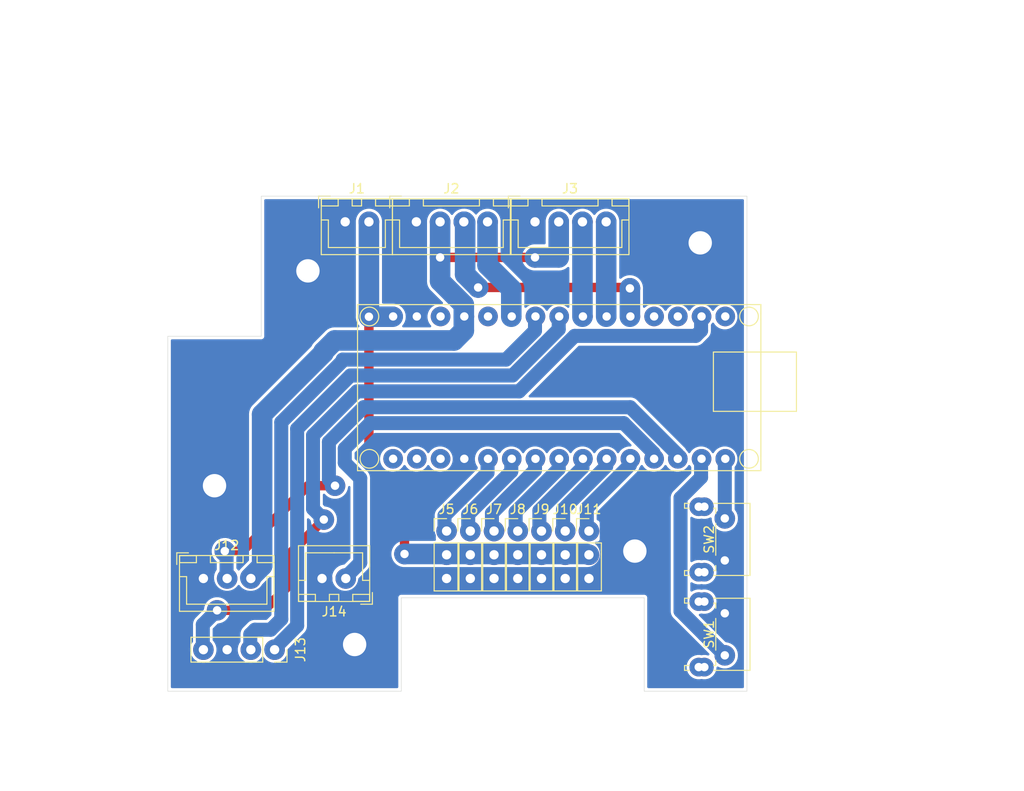
<source format=kicad_pcb>
(kicad_pcb (version 20171130) (host pcbnew "(5.1.6)-1")

  (general
    (thickness 1.6)
    (drawings 53)
    (tracks 139)
    (zones 0)
    (modules 21)
    (nets 30)
  )

  (page A4)
  (layers
    (0 F.Cu signal)
    (31 B.Cu signal)
    (32 B.Adhes user)
    (33 F.Adhes user)
    (34 B.Paste user)
    (35 F.Paste user)
    (36 B.SilkS user)
    (37 F.SilkS user)
    (38 B.Mask user)
    (39 F.Mask user)
    (40 Dwgs.User user)
    (41 Cmts.User user)
    (42 Eco1.User user)
    (43 Eco2.User user)
    (44 Edge.Cuts user)
    (45 Margin user)
    (46 B.CrtYd user)
    (47 F.CrtYd user)
    (48 B.Fab user hide)
    (49 F.Fab user)
  )

  (setup
    (last_trace_width 0.25)
    (user_trace_width 0.7)
    (user_trace_width 1)
    (user_trace_width 1.5)
    (user_trace_width 2.2)
    (user_trace_width 4)
    (user_trace_width 1)
    (user_trace_width 1.5)
    (user_trace_width 2)
    (user_trace_width 2.2)
    (user_trace_width 1)
    (user_trace_width 1.5)
    (user_trace_width 2)
    (user_trace_width 2.2)
    (trace_clearance 0.2)
    (zone_clearance 0.3)
    (zone_45_only no)
    (trace_min 0.2)
    (via_size 0.8)
    (via_drill 0.4)
    (via_min_size 0.4)
    (via_min_drill 0.3)
    (user_via 2.2 0.9)
    (user_via 5 2.5)
    (user_via 3 1)
    (user_via 6 2.5)
    (user_via 3 1)
    (user_via 6 2.5)
    (uvia_size 0.3)
    (uvia_drill 0.1)
    (uvias_allowed no)
    (uvia_min_size 0.2)
    (uvia_min_drill 0.1)
    (edge_width 0.05)
    (segment_width 0.2)
    (pcb_text_width 0.3)
    (pcb_text_size 1.5 1.5)
    (mod_edge_width 0.12)
    (mod_text_size 1 1)
    (mod_text_width 0.15)
    (pad_size 1.524 1.524)
    (pad_drill 0.762)
    (pad_to_mask_clearance 0.05)
    (aux_axis_origin 0 0)
    (visible_elements 7FFFFFFF)
    (pcbplotparams
      (layerselection 0x010fc_ffffffff)
      (usegerberextensions false)
      (usegerberattributes true)
      (usegerberadvancedattributes true)
      (creategerberjobfile true)
      (excludeedgelayer true)
      (linewidth 0.100000)
      (plotframeref false)
      (viasonmask false)
      (mode 1)
      (useauxorigin false)
      (hpglpennumber 1)
      (hpglpenspeed 20)
      (hpglpendiameter 15.000000)
      (psnegative false)
      (psa4output false)
      (plotreference true)
      (plotvalue true)
      (plotinvisibletext false)
      (padsonsilk false)
      (subtractmaskfromsilk false)
      (outputformat 1)
      (mirror false)
      (drillshape 1)
      (scaleselection 1)
      (outputdirectory ""))
  )

  (net 0 "")
  (net 1 GND)
  (net 2 L_IR)
  (net 3 L_SENS)
  (net 4 R_IR)
  (net 5 R_SENS)
  (net 6 ARM)
  (net 7 LID)
  (net 8 WHEEL_1)
  (net 9 WHEEL_2)
  (net 10 WHEEL_3)
  (net 11 WHEEL_4)
  (net 12 FLAG)
  (net 13 BUT_1)
  (net 14 BUT_2)
  (net 15 "Net-(U1-Pad3)")
  (net 16 "Net-(U1-Pad28)")
  (net 17 "Net-(U1-Pad29)")
  (net 18 "Net-(U1-Pad30)")
  (net 19 VIN)
  (net 20 +5V)
  (net 21 LED)
  (net 22 SDA)
  (net 23 SCL)
  (net 24 +3V3)
  (net 25 SWITCH)
  (net 26 "Net-(U1-Pad13)")
  (net 27 "Net-(U1-Pad5)")
  (net 28 "Net-(U1-Pad12)")
  (net 29 "Net-(U1-Pad15)")

  (net_class Default "This is the default net class."
    (clearance 0.2)
    (trace_width 0.25)
    (via_dia 0.8)
    (via_drill 0.4)
    (uvia_dia 0.3)
    (uvia_drill 0.1)
    (add_net +3V3)
    (add_net +5V)
    (add_net ARM)
    (add_net BUT_1)
    (add_net BUT_2)
    (add_net FLAG)
    (add_net GND)
    (add_net LED)
    (add_net LID)
    (add_net L_IR)
    (add_net L_SENS)
    (add_net "Net-(U1-Pad12)")
    (add_net "Net-(U1-Pad13)")
    (add_net "Net-(U1-Pad15)")
    (add_net "Net-(U1-Pad28)")
    (add_net "Net-(U1-Pad29)")
    (add_net "Net-(U1-Pad3)")
    (add_net "Net-(U1-Pad30)")
    (add_net "Net-(U1-Pad5)")
    (add_net R_IR)
    (add_net R_SENS)
    (add_net SCL)
    (add_net SDA)
    (add_net SWITCH)
    (add_net VIN)
    (add_net WHEEL_1)
    (add_net WHEEL_2)
    (add_net WHEEL_3)
    (add_net WHEEL_4)
  )

  (module 0_my_footprints:myPinHeader_1x03 (layer F.Cu) (tedit 59FED5CC) (tstamp 63C31243)
    (at 45.085 -17.145)
    (descr "Through hole straight pin header, 1x03, 2.54mm pitch, single row")
    (tags "Through hole pin header THT 1x03 2.54mm single row")
    (path /632DE268)
    (fp_text reference J11 (at 0 -2.33) (layer F.SilkS)
      (effects (font (size 1 1) (thickness 0.15)))
    )
    (fp_text value FLAG (at -0.085 9.145 90) (layer F.Fab)
      (effects (font (size 1 1) (thickness 0.15)))
    )
    (fp_text user %R (at 0 2.54 90) (layer F.Fab)
      (effects (font (size 1 1) (thickness 0.15)))
    )
    (fp_line (start -0.635 -1.27) (end 1.27 -1.27) (layer F.Fab) (width 0.1))
    (fp_line (start 1.27 -1.27) (end 1.27 6.35) (layer F.Fab) (width 0.1))
    (fp_line (start 1.27 6.35) (end -1.27 6.35) (layer F.Fab) (width 0.1))
    (fp_line (start -1.27 6.35) (end -1.27 -0.635) (layer F.Fab) (width 0.1))
    (fp_line (start -1.27 -0.635) (end -0.635 -1.27) (layer F.Fab) (width 0.1))
    (fp_line (start -1.33 6.41) (end 1.33 6.41) (layer F.SilkS) (width 0.12))
    (fp_line (start -1.33 1.27) (end -1.33 6.41) (layer F.SilkS) (width 0.12))
    (fp_line (start 1.33 1.27) (end 1.33 6.41) (layer F.SilkS) (width 0.12))
    (fp_line (start -1.33 1.27) (end 1.33 1.27) (layer F.SilkS) (width 0.12))
    (fp_line (start -1.33 0) (end -1.33 -1.33) (layer F.SilkS) (width 0.12))
    (fp_line (start -1.33 -1.33) (end 0 -1.33) (layer F.SilkS) (width 0.12))
    (fp_line (start -1.8 -1.8) (end -1.8 6.85) (layer F.CrtYd) (width 0.05))
    (fp_line (start -1.8 6.85) (end 1.8 6.85) (layer F.CrtYd) (width 0.05))
    (fp_line (start 1.8 6.85) (end 1.8 -1.8) (layer F.CrtYd) (width 0.05))
    (fp_line (start 1.8 -1.8) (end -1.8 -1.8) (layer F.CrtYd) (width 0.05))
    (pad 3 thru_hole circle (at 0 5.08) (size 2.2 2.2) (drill 1) (layers *.Cu *.Mask)
      (net 1 GND))
    (pad 2 thru_hole circle (at 0 2.54) (size 2.2 2.2) (drill 1) (layers *.Cu *.Mask)
      (net 19 VIN))
    (pad 1 thru_hole circle (at 0 0) (size 2.2 2.2) (drill 1) (layers *.Cu *.Mask)
      (net 12 FLAG))
    (model ${KISYS3DMOD}/Connector_PinHeader_2.54mm.3dshapes/PinHeader_1x03_P2.54mm_Vertical.wrl
      (at (xyz 0 0 0))
      (scale (xyz 1 1 1))
      (rotate (xyz 0 0 0))
    )
  )

  (module 0_my_footprints:myPinHeader_1x03 (layer F.Cu) (tedit 59FED5CC) (tstamp 63C3122D)
    (at 42.545 -17.145)
    (descr "Through hole straight pin header, 1x03, 2.54mm pitch, single row")
    (tags "Through hole pin header THT 1x03 2.54mm single row")
    (path /632DDF40)
    (fp_text reference J10 (at 0 -2.33) (layer F.SilkS)
      (effects (font (size 1 1) (thickness 0.15)))
    )
    (fp_text value WHEEL_4 (at 0 10.795 90) (layer F.Fab)
      (effects (font (size 1 1) (thickness 0.15)))
    )
    (fp_text user %R (at 0 2.54 90) (layer F.Fab)
      (effects (font (size 1 1) (thickness 0.15)))
    )
    (fp_line (start -0.635 -1.27) (end 1.27 -1.27) (layer F.Fab) (width 0.1))
    (fp_line (start 1.27 -1.27) (end 1.27 6.35) (layer F.Fab) (width 0.1))
    (fp_line (start 1.27 6.35) (end -1.27 6.35) (layer F.Fab) (width 0.1))
    (fp_line (start -1.27 6.35) (end -1.27 -0.635) (layer F.Fab) (width 0.1))
    (fp_line (start -1.27 -0.635) (end -0.635 -1.27) (layer F.Fab) (width 0.1))
    (fp_line (start -1.33 6.41) (end 1.33 6.41) (layer F.SilkS) (width 0.12))
    (fp_line (start -1.33 1.27) (end -1.33 6.41) (layer F.SilkS) (width 0.12))
    (fp_line (start 1.33 1.27) (end 1.33 6.41) (layer F.SilkS) (width 0.12))
    (fp_line (start -1.33 1.27) (end 1.33 1.27) (layer F.SilkS) (width 0.12))
    (fp_line (start -1.33 0) (end -1.33 -1.33) (layer F.SilkS) (width 0.12))
    (fp_line (start -1.33 -1.33) (end 0 -1.33) (layer F.SilkS) (width 0.12))
    (fp_line (start -1.8 -1.8) (end -1.8 6.85) (layer F.CrtYd) (width 0.05))
    (fp_line (start -1.8 6.85) (end 1.8 6.85) (layer F.CrtYd) (width 0.05))
    (fp_line (start 1.8 6.85) (end 1.8 -1.8) (layer F.CrtYd) (width 0.05))
    (fp_line (start 1.8 -1.8) (end -1.8 -1.8) (layer F.CrtYd) (width 0.05))
    (pad 3 thru_hole circle (at 0 5.08) (size 2.2 2.2) (drill 1) (layers *.Cu *.Mask)
      (net 1 GND))
    (pad 2 thru_hole circle (at 0 2.54) (size 2.2 2.2) (drill 1) (layers *.Cu *.Mask)
      (net 19 VIN))
    (pad 1 thru_hole circle (at 0 0) (size 2.2 2.2) (drill 1) (layers *.Cu *.Mask)
      (net 11 WHEEL_4))
    (model ${KISYS3DMOD}/Connector_PinHeader_2.54mm.3dshapes/PinHeader_1x03_P2.54mm_Vertical.wrl
      (at (xyz 0 0 0))
      (scale (xyz 1 1 1))
      (rotate (xyz 0 0 0))
    )
  )

  (module 0_my_footprints:myPinHeader_1x03 (layer F.Cu) (tedit 59FED5CC) (tstamp 63C31217)
    (at 40.005 -17.145)
    (descr "Through hole straight pin header, 1x03, 2.54mm pitch, single row")
    (tags "Through hole pin header THT 1x03 2.54mm single row")
    (path /632DD10C)
    (fp_text reference J9 (at 0 -2.33) (layer F.SilkS)
      (effects (font (size 1 1) (thickness 0.15)))
    )
    (fp_text value WHEEL_3 (at 0 10.795 90) (layer F.Fab)
      (effects (font (size 1 1) (thickness 0.15)))
    )
    (fp_text user %R (at 0 2.54 90) (layer F.Fab)
      (effects (font (size 1 1) (thickness 0.15)))
    )
    (fp_line (start -0.635 -1.27) (end 1.27 -1.27) (layer F.Fab) (width 0.1))
    (fp_line (start 1.27 -1.27) (end 1.27 6.35) (layer F.Fab) (width 0.1))
    (fp_line (start 1.27 6.35) (end -1.27 6.35) (layer F.Fab) (width 0.1))
    (fp_line (start -1.27 6.35) (end -1.27 -0.635) (layer F.Fab) (width 0.1))
    (fp_line (start -1.27 -0.635) (end -0.635 -1.27) (layer F.Fab) (width 0.1))
    (fp_line (start -1.33 6.41) (end 1.33 6.41) (layer F.SilkS) (width 0.12))
    (fp_line (start -1.33 1.27) (end -1.33 6.41) (layer F.SilkS) (width 0.12))
    (fp_line (start 1.33 1.27) (end 1.33 6.41) (layer F.SilkS) (width 0.12))
    (fp_line (start -1.33 1.27) (end 1.33 1.27) (layer F.SilkS) (width 0.12))
    (fp_line (start -1.33 0) (end -1.33 -1.33) (layer F.SilkS) (width 0.12))
    (fp_line (start -1.33 -1.33) (end 0 -1.33) (layer F.SilkS) (width 0.12))
    (fp_line (start -1.8 -1.8) (end -1.8 6.85) (layer F.CrtYd) (width 0.05))
    (fp_line (start -1.8 6.85) (end 1.8 6.85) (layer F.CrtYd) (width 0.05))
    (fp_line (start 1.8 6.85) (end 1.8 -1.8) (layer F.CrtYd) (width 0.05))
    (fp_line (start 1.8 -1.8) (end -1.8 -1.8) (layer F.CrtYd) (width 0.05))
    (pad 3 thru_hole circle (at 0 5.08) (size 2.2 2.2) (drill 1) (layers *.Cu *.Mask)
      (net 1 GND))
    (pad 2 thru_hole circle (at 0 2.54) (size 2.2 2.2) (drill 1) (layers *.Cu *.Mask)
      (net 19 VIN))
    (pad 1 thru_hole circle (at 0 0) (size 2.2 2.2) (drill 1) (layers *.Cu *.Mask)
      (net 10 WHEEL_3))
    (model ${KISYS3DMOD}/Connector_PinHeader_2.54mm.3dshapes/PinHeader_1x03_P2.54mm_Vertical.wrl
      (at (xyz 0 0 0))
      (scale (xyz 1 1 1))
      (rotate (xyz 0 0 0))
    )
  )

  (module 0_my_footprints:myPinHeader_1x03 (layer F.Cu) (tedit 59FED5CC) (tstamp 63C31201)
    (at 37.465 -17.145)
    (descr "Through hole straight pin header, 1x03, 2.54mm pitch, single row")
    (tags "Through hole pin header THT 1x03 2.54mm single row")
    (path /632DCC73)
    (fp_text reference J8 (at 0 -2.33) (layer F.SilkS)
      (effects (font (size 1 1) (thickness 0.15)))
    )
    (fp_text value WHEEL_2 (at 0 10.795 90) (layer F.Fab)
      (effects (font (size 1 1) (thickness 0.15)))
    )
    (fp_text user %R (at 0 2.54 90) (layer F.Fab)
      (effects (font (size 1 1) (thickness 0.15)))
    )
    (fp_line (start -0.635 -1.27) (end 1.27 -1.27) (layer F.Fab) (width 0.1))
    (fp_line (start 1.27 -1.27) (end 1.27 6.35) (layer F.Fab) (width 0.1))
    (fp_line (start 1.27 6.35) (end -1.27 6.35) (layer F.Fab) (width 0.1))
    (fp_line (start -1.27 6.35) (end -1.27 -0.635) (layer F.Fab) (width 0.1))
    (fp_line (start -1.27 -0.635) (end -0.635 -1.27) (layer F.Fab) (width 0.1))
    (fp_line (start -1.33 6.41) (end 1.33 6.41) (layer F.SilkS) (width 0.12))
    (fp_line (start -1.33 1.27) (end -1.33 6.41) (layer F.SilkS) (width 0.12))
    (fp_line (start 1.33 1.27) (end 1.33 6.41) (layer F.SilkS) (width 0.12))
    (fp_line (start -1.33 1.27) (end 1.33 1.27) (layer F.SilkS) (width 0.12))
    (fp_line (start -1.33 0) (end -1.33 -1.33) (layer F.SilkS) (width 0.12))
    (fp_line (start -1.33 -1.33) (end 0 -1.33) (layer F.SilkS) (width 0.12))
    (fp_line (start -1.8 -1.8) (end -1.8 6.85) (layer F.CrtYd) (width 0.05))
    (fp_line (start -1.8 6.85) (end 1.8 6.85) (layer F.CrtYd) (width 0.05))
    (fp_line (start 1.8 6.85) (end 1.8 -1.8) (layer F.CrtYd) (width 0.05))
    (fp_line (start 1.8 -1.8) (end -1.8 -1.8) (layer F.CrtYd) (width 0.05))
    (pad 3 thru_hole circle (at 0 5.08) (size 2.2 2.2) (drill 1) (layers *.Cu *.Mask)
      (net 1 GND))
    (pad 2 thru_hole circle (at 0 2.54) (size 2.2 2.2) (drill 1) (layers *.Cu *.Mask)
      (net 19 VIN))
    (pad 1 thru_hole circle (at 0 0) (size 2.2 2.2) (drill 1) (layers *.Cu *.Mask)
      (net 9 WHEEL_2))
    (model ${KISYS3DMOD}/Connector_PinHeader_2.54mm.3dshapes/PinHeader_1x03_P2.54mm_Vertical.wrl
      (at (xyz 0 0 0))
      (scale (xyz 1 1 1))
      (rotate (xyz 0 0 0))
    )
  )

  (module 0_my_footprints:myPinHeader_1x03 (layer F.Cu) (tedit 59FED5CC) (tstamp 63C311EB)
    (at 34.925 -17.145)
    (descr "Through hole straight pin header, 1x03, 2.54mm pitch, single row")
    (tags "Through hole pin header THT 1x03 2.54mm single row")
    (path /632D750C)
    (fp_text reference J7 (at 0 -2.33) (layer F.SilkS)
      (effects (font (size 1 1) (thickness 0.15)))
    )
    (fp_text value WHEEL_1 (at 0 10.795 90) (layer F.Fab)
      (effects (font (size 1 1) (thickness 0.15)))
    )
    (fp_text user %R (at 0 2.54 90) (layer F.Fab)
      (effects (font (size 1 1) (thickness 0.15)))
    )
    (fp_line (start -0.635 -1.27) (end 1.27 -1.27) (layer F.Fab) (width 0.1))
    (fp_line (start 1.27 -1.27) (end 1.27 6.35) (layer F.Fab) (width 0.1))
    (fp_line (start 1.27 6.35) (end -1.27 6.35) (layer F.Fab) (width 0.1))
    (fp_line (start -1.27 6.35) (end -1.27 -0.635) (layer F.Fab) (width 0.1))
    (fp_line (start -1.27 -0.635) (end -0.635 -1.27) (layer F.Fab) (width 0.1))
    (fp_line (start -1.33 6.41) (end 1.33 6.41) (layer F.SilkS) (width 0.12))
    (fp_line (start -1.33 1.27) (end -1.33 6.41) (layer F.SilkS) (width 0.12))
    (fp_line (start 1.33 1.27) (end 1.33 6.41) (layer F.SilkS) (width 0.12))
    (fp_line (start -1.33 1.27) (end 1.33 1.27) (layer F.SilkS) (width 0.12))
    (fp_line (start -1.33 0) (end -1.33 -1.33) (layer F.SilkS) (width 0.12))
    (fp_line (start -1.33 -1.33) (end 0 -1.33) (layer F.SilkS) (width 0.12))
    (fp_line (start -1.8 -1.8) (end -1.8 6.85) (layer F.CrtYd) (width 0.05))
    (fp_line (start -1.8 6.85) (end 1.8 6.85) (layer F.CrtYd) (width 0.05))
    (fp_line (start 1.8 6.85) (end 1.8 -1.8) (layer F.CrtYd) (width 0.05))
    (fp_line (start 1.8 -1.8) (end -1.8 -1.8) (layer F.CrtYd) (width 0.05))
    (pad 3 thru_hole circle (at 0 5.08) (size 2.2 2.2) (drill 1) (layers *.Cu *.Mask)
      (net 1 GND))
    (pad 2 thru_hole circle (at 0 2.54) (size 2.2 2.2) (drill 1) (layers *.Cu *.Mask)
      (net 19 VIN))
    (pad 1 thru_hole circle (at 0 0) (size 2.2 2.2) (drill 1) (layers *.Cu *.Mask)
      (net 8 WHEEL_1))
    (model ${KISYS3DMOD}/Connector_PinHeader_2.54mm.3dshapes/PinHeader_1x03_P2.54mm_Vertical.wrl
      (at (xyz 0 0 0))
      (scale (xyz 1 1 1))
      (rotate (xyz 0 0 0))
    )
  )

  (module 0_my_footprints:myPinHeader_1x03 (layer F.Cu) (tedit 59FED5CC) (tstamp 63C311D5)
    (at 32.385 -17.145)
    (descr "Through hole straight pin header, 1x03, 2.54mm pitch, single row")
    (tags "Through hole pin header THT 1x03 2.54mm single row")
    (path /632D7059)
    (fp_text reference J6 (at 0 -2.33) (layer F.SilkS)
      (effects (font (size 1 1) (thickness 0.15)))
    )
    (fp_text value LID (at 0.115 8.645 90) (layer F.Fab)
      (effects (font (size 1 1) (thickness 0.15)))
    )
    (fp_text user %R (at 0 2.54 90) (layer F.Fab)
      (effects (font (size 1 1) (thickness 0.15)))
    )
    (fp_line (start -0.635 -1.27) (end 1.27 -1.27) (layer F.Fab) (width 0.1))
    (fp_line (start 1.27 -1.27) (end 1.27 6.35) (layer F.Fab) (width 0.1))
    (fp_line (start 1.27 6.35) (end -1.27 6.35) (layer F.Fab) (width 0.1))
    (fp_line (start -1.27 6.35) (end -1.27 -0.635) (layer F.Fab) (width 0.1))
    (fp_line (start -1.27 -0.635) (end -0.635 -1.27) (layer F.Fab) (width 0.1))
    (fp_line (start -1.33 6.41) (end 1.33 6.41) (layer F.SilkS) (width 0.12))
    (fp_line (start -1.33 1.27) (end -1.33 6.41) (layer F.SilkS) (width 0.12))
    (fp_line (start 1.33 1.27) (end 1.33 6.41) (layer F.SilkS) (width 0.12))
    (fp_line (start -1.33 1.27) (end 1.33 1.27) (layer F.SilkS) (width 0.12))
    (fp_line (start -1.33 0) (end -1.33 -1.33) (layer F.SilkS) (width 0.12))
    (fp_line (start -1.33 -1.33) (end 0 -1.33) (layer F.SilkS) (width 0.12))
    (fp_line (start -1.8 -1.8) (end -1.8 6.85) (layer F.CrtYd) (width 0.05))
    (fp_line (start -1.8 6.85) (end 1.8 6.85) (layer F.CrtYd) (width 0.05))
    (fp_line (start 1.8 6.85) (end 1.8 -1.8) (layer F.CrtYd) (width 0.05))
    (fp_line (start 1.8 -1.8) (end -1.8 -1.8) (layer F.CrtYd) (width 0.05))
    (pad 3 thru_hole circle (at 0 5.08) (size 2.2 2.2) (drill 1) (layers *.Cu *.Mask)
      (net 1 GND))
    (pad 2 thru_hole circle (at 0 2.54) (size 2.2 2.2) (drill 1) (layers *.Cu *.Mask)
      (net 19 VIN))
    (pad 1 thru_hole circle (at 0 0) (size 2.2 2.2) (drill 1) (layers *.Cu *.Mask)
      (net 7 LID))
    (model ${KISYS3DMOD}/Connector_PinHeader_2.54mm.3dshapes/PinHeader_1x03_P2.54mm_Vertical.wrl
      (at (xyz 0 0 0))
      (scale (xyz 1 1 1))
      (rotate (xyz 0 0 0))
    )
  )

  (module 0_my_footprints:myPinHeader_1x03 (layer F.Cu) (tedit 59FED5CC) (tstamp 63C311BF)
    (at 29.845 -17.145)
    (descr "Through hole straight pin header, 1x03, 2.54mm pitch, single row")
    (tags "Through hole pin header THT 1x03 2.54mm single row")
    (path /632CB83D)
    (fp_text reference J5 (at 0 -2.33) (layer F.SilkS)
      (effects (font (size 1 1) (thickness 0.15)))
    )
    (fp_text value ARM (at -0.045 8.645 90) (layer F.Fab)
      (effects (font (size 1 1) (thickness 0.15)))
    )
    (fp_text user %R (at 0 2.54 90) (layer F.Fab)
      (effects (font (size 1 1) (thickness 0.15)))
    )
    (fp_line (start -0.635 -1.27) (end 1.27 -1.27) (layer F.Fab) (width 0.1))
    (fp_line (start 1.27 -1.27) (end 1.27 6.35) (layer F.Fab) (width 0.1))
    (fp_line (start 1.27 6.35) (end -1.27 6.35) (layer F.Fab) (width 0.1))
    (fp_line (start -1.27 6.35) (end -1.27 -0.635) (layer F.Fab) (width 0.1))
    (fp_line (start -1.27 -0.635) (end -0.635 -1.27) (layer F.Fab) (width 0.1))
    (fp_line (start -1.33 6.41) (end 1.33 6.41) (layer F.SilkS) (width 0.12))
    (fp_line (start -1.33 1.27) (end -1.33 6.41) (layer F.SilkS) (width 0.12))
    (fp_line (start 1.33 1.27) (end 1.33 6.41) (layer F.SilkS) (width 0.12))
    (fp_line (start -1.33 1.27) (end 1.33 1.27) (layer F.SilkS) (width 0.12))
    (fp_line (start -1.33 0) (end -1.33 -1.33) (layer F.SilkS) (width 0.12))
    (fp_line (start -1.33 -1.33) (end 0 -1.33) (layer F.SilkS) (width 0.12))
    (fp_line (start -1.8 -1.8) (end -1.8 6.85) (layer F.CrtYd) (width 0.05))
    (fp_line (start -1.8 6.85) (end 1.8 6.85) (layer F.CrtYd) (width 0.05))
    (fp_line (start 1.8 6.85) (end 1.8 -1.8) (layer F.CrtYd) (width 0.05))
    (fp_line (start 1.8 -1.8) (end -1.8 -1.8) (layer F.CrtYd) (width 0.05))
    (pad 3 thru_hole circle (at 0 5.08) (size 2.2 2.2) (drill 1) (layers *.Cu *.Mask)
      (net 1 GND))
    (pad 2 thru_hole circle (at 0 2.54) (size 2.2 2.2) (drill 1) (layers *.Cu *.Mask)
      (net 19 VIN))
    (pad 1 thru_hole circle (at 0 0) (size 2.2 2.2) (drill 1) (layers *.Cu *.Mask)
      (net 6 ARM))
    (model ${KISYS3DMOD}/Connector_PinHeader_2.54mm.3dshapes/PinHeader_1x03_P2.54mm_Vertical.wrl
      (at (xyz 0 0 0))
      (scale (xyz 1 1 1))
      (rotate (xyz 0 0 0))
    )
  )

  (module 0_my_footprints:myMountingHole_2.5mm (layer F.Cu) (tedit 63C1E7D8) (tstamp 63C253D8)
    (at 20 -5)
    (descr "Mounting Hole 2.5mm, no annular")
    (tags "mounting hole 2.5mm no annular")
    (attr virtual)
    (fp_text reference REF** (at 0 -3.5) (layer B.Fab)
      (effects (font (size 1 1) (thickness 0.15)))
    )
    (fp_text value myMountingHole_2.5mm (at 0 3.5) (layer B.Fab)
      (effects (font (size 1 1) (thickness 0.15)))
    )
    (fp_circle (center 0 0) (end 2.75 0) (layer B.Fab) (width 0.05))
    (fp_circle (center 0 0) (end 2.5 0) (layer Cmts.User) (width 0.15))
    (fp_text user %R (at -5.08 0) (layer B.Fab)
      (effects (font (size 1 1) (thickness 0.15)))
    )
    (pad 1 np_thru_hole circle (at 0 0) (size 2.5 2.5) (drill 2.5) (layers *.Cu *.Mask))
  )

  (module 0_my_footprints:myMountingHole_2.5mm (layer F.Cu) (tedit 63C1E7D8) (tstamp 63C253D8)
    (at 50 -15)
    (descr "Mounting Hole 2.5mm, no annular")
    (tags "mounting hole 2.5mm no annular")
    (attr virtual)
    (fp_text reference REF** (at 0 -3.5) (layer B.Fab)
      (effects (font (size 1 1) (thickness 0.15)))
    )
    (fp_text value myMountingHole_2.5mm (at 0 3.5) (layer B.Fab)
      (effects (font (size 1 1) (thickness 0.15)))
    )
    (fp_circle (center 0 0) (end 2.75 0) (layer B.Fab) (width 0.05))
    (fp_circle (center 0 0) (end 2.5 0) (layer Cmts.User) (width 0.15))
    (fp_text user %R (at -5.08 0) (layer B.Fab)
      (effects (font (size 1 1) (thickness 0.15)))
    )
    (pad 1 np_thru_hole circle (at 0 0) (size 2.5 2.5) (drill 2.5) (layers *.Cu *.Mask))
  )

  (module 0_my_footprints:myMountingHole_2.5mm (layer F.Cu) (tedit 63C1E7D8) (tstamp 63C253D8)
    (at 57 -48)
    (descr "Mounting Hole 2.5mm, no annular")
    (tags "mounting hole 2.5mm no annular")
    (attr virtual)
    (fp_text reference REF** (at 0 -3.5) (layer B.Fab)
      (effects (font (size 1 1) (thickness 0.15)))
    )
    (fp_text value myMountingHole_2.5mm (at 0 3.5) (layer B.Fab)
      (effects (font (size 1 1) (thickness 0.15)))
    )
    (fp_circle (center 0 0) (end 2.75 0) (layer B.Fab) (width 0.05))
    (fp_circle (center 0 0) (end 2.5 0) (layer Cmts.User) (width 0.15))
    (fp_text user %R (at -5.08 0) (layer B.Fab)
      (effects (font (size 1 1) (thickness 0.15)))
    )
    (pad 1 np_thru_hole circle (at 0 0) (size 2.5 2.5) (drill 2.5) (layers *.Cu *.Mask))
  )

  (module 0_my_footprints:myMountingHole_2.5mm (layer F.Cu) (tedit 63C1E7D8) (tstamp 63C253D8)
    (at 15 -45)
    (descr "Mounting Hole 2.5mm, no annular")
    (tags "mounting hole 2.5mm no annular")
    (attr virtual)
    (fp_text reference REF** (at 0 -3.5) (layer B.Fab)
      (effects (font (size 1 1) (thickness 0.15)))
    )
    (fp_text value myMountingHole_2.5mm (at 0 3.5) (layer B.Fab)
      (effects (font (size 1 1) (thickness 0.15)))
    )
    (fp_circle (center 0 0) (end 2.75 0) (layer B.Fab) (width 0.05))
    (fp_circle (center 0 0) (end 2.5 0) (layer Cmts.User) (width 0.15))
    (fp_text user %R (at -5.08 0) (layer B.Fab)
      (effects (font (size 1 1) (thickness 0.15)))
    )
    (pad 1 np_thru_hole circle (at 0 0) (size 2.5 2.5) (drill 2.5) (layers *.Cu *.Mask))
  )

  (module 0_my_footprints:myMountingHole_2.5mm (layer F.Cu) (tedit 63C1E7D8) (tstamp 63C253D8)
    (at 5 -22)
    (descr "Mounting Hole 2.5mm, no annular")
    (tags "mounting hole 2.5mm no annular")
    (attr virtual)
    (fp_text reference REF** (at 0 -3.5) (layer B.Fab)
      (effects (font (size 1 1) (thickness 0.15)))
    )
    (fp_text value myMountingHole_2.5mm (at 0 3.5) (layer B.Fab)
      (effects (font (size 1 1) (thickness 0.15)))
    )
    (fp_circle (center 0 0) (end 2.75 0) (layer B.Fab) (width 0.05))
    (fp_circle (center 0 0) (end 2.5 0) (layer Cmts.User) (width 0.15))
    (fp_text user %R (at -5.08 0) (layer B.Fab)
      (effects (font (size 1 1) (thickness 0.15)))
    )
    (pad 1 np_thru_hole circle (at 0 0) (size 2.5 2.5) (drill 2.5) (layers *.Cu *.Mask))
  )

  (module 0_my_footprints:myJSTx02 (layer F.Cu) (tedit 63C199EB) (tstamp 63C1EC1A)
    (at 18.99 -50.25)
    (descr "JST XH series connector, B2B-XH-A (http://www.jst-mfg.com/product/pdf/eng/eXH.pdf), generated with kicad-footprint-generator")
    (tags "connector JST XH vertical")
    (path /632C97C1)
    (fp_text reference J1 (at 1.25 -3.55) (layer F.SilkS)
      (effects (font (size 1 1) (thickness 0.15)))
    )
    (fp_text value VIN (at 1.25 4.6) (layer F.Fab)
      (effects (font (size 1 1) (thickness 0.15)))
    )
    (fp_line (start -2.45 -2.35) (end -2.45 3.4) (layer F.Fab) (width 0.1))
    (fp_line (start -2.45 3.4) (end 4.95 3.4) (layer F.Fab) (width 0.1))
    (fp_line (start 4.95 3.4) (end 4.95 -2.35) (layer F.Fab) (width 0.1))
    (fp_line (start 4.95 -2.35) (end -2.45 -2.35) (layer F.Fab) (width 0.1))
    (fp_line (start -2.56 -2.46) (end -2.56 3.51) (layer F.SilkS) (width 0.12))
    (fp_line (start -2.56 3.51) (end 5.06 3.51) (layer F.SilkS) (width 0.12))
    (fp_line (start 5.06 3.51) (end 5.06 -2.46) (layer F.SilkS) (width 0.12))
    (fp_line (start 5.06 -2.46) (end -2.56 -2.46) (layer F.SilkS) (width 0.12))
    (fp_line (start -2.95 -2.85) (end -2.95 3.9) (layer F.CrtYd) (width 0.05))
    (fp_line (start -2.95 3.9) (end 5.45 3.9) (layer F.CrtYd) (width 0.05))
    (fp_line (start 5.45 3.9) (end 5.45 -2.85) (layer F.CrtYd) (width 0.05))
    (fp_line (start 5.45 -2.85) (end -2.95 -2.85) (layer F.CrtYd) (width 0.05))
    (fp_line (start -0.625 -2.35) (end 0 -1.35) (layer F.Fab) (width 0.1))
    (fp_line (start 0 -1.35) (end 0.625 -2.35) (layer F.Fab) (width 0.1))
    (fp_line (start 0.75 -2.45) (end 0.75 -1.7) (layer F.SilkS) (width 0.12))
    (fp_line (start 0.75 -1.7) (end 1.75 -1.7) (layer F.SilkS) (width 0.12))
    (fp_line (start 1.75 -1.7) (end 1.75 -2.45) (layer F.SilkS) (width 0.12))
    (fp_line (start 1.75 -2.45) (end 0.75 -2.45) (layer F.SilkS) (width 0.12))
    (fp_line (start -2.55 -2.45) (end -2.55 -1.7) (layer F.SilkS) (width 0.12))
    (fp_line (start -2.55 -1.7) (end -0.75 -1.7) (layer F.SilkS) (width 0.12))
    (fp_line (start -0.75 -1.7) (end -0.75 -2.45) (layer F.SilkS) (width 0.12))
    (fp_line (start -0.75 -2.45) (end -2.55 -2.45) (layer F.SilkS) (width 0.12))
    (fp_line (start 3.25 -2.45) (end 3.25 -1.7) (layer F.SilkS) (width 0.12))
    (fp_line (start 3.25 -1.7) (end 5.05 -1.7) (layer F.SilkS) (width 0.12))
    (fp_line (start 5.05 -1.7) (end 5.05 -2.45) (layer F.SilkS) (width 0.12))
    (fp_line (start 5.05 -2.45) (end 3.25 -2.45) (layer F.SilkS) (width 0.12))
    (fp_line (start -2.55 -0.2) (end -1.8 -0.2) (layer F.SilkS) (width 0.12))
    (fp_line (start -1.8 -0.2) (end -1.8 2.75) (layer F.SilkS) (width 0.12))
    (fp_line (start -1.8 2.75) (end 1.25 2.75) (layer F.SilkS) (width 0.12))
    (fp_line (start 5.05 -0.2) (end 4.3 -0.2) (layer F.SilkS) (width 0.12))
    (fp_line (start 4.3 -0.2) (end 4.3 2.75) (layer F.SilkS) (width 0.12))
    (fp_line (start 4.3 2.75) (end 1.25 2.75) (layer F.SilkS) (width 0.12))
    (fp_line (start -1.6 -2.75) (end -2.85 -2.75) (layer F.SilkS) (width 0.12))
    (fp_line (start -2.85 -2.75) (end -2.85 -1.5) (layer F.SilkS) (width 0.12))
    (fp_text user %R (at 1.25 2.7) (layer F.Fab)
      (effects (font (size 1 1) (thickness 0.15)))
    )
    (pad 1 thru_hole circle (at 0 0) (size 2.2 2.2) (drill 1) (layers *.Cu *.Mask)
      (net 1 GND))
    (pad 2 thru_hole circle (at 2.54 0) (size 2.2 2.2) (drill 1) (layers *.Cu *.Mask)
      (net 19 VIN))
    (model ${KISYS3DMOD}/Connector_JST.3dshapes/JST_XH_B2B-XH-A_1x02_P2.50mm_Vertical.wrl
      (at (xyz 0 0 0))
      (scale (xyz 1 1 1))
      (rotate (xyz 0 0 0))
    )
  )

  (module 0_my_footprints:myJSTx04 (layer F.Cu) (tedit 63C19D86) (tstamp 63C1EC42)
    (at 26.61 -50.25)
    (descr "JST XH series connector, B4B-XH-A (http://www.jst-mfg.com/product/pdf/eng/eXH.pdf), generated with kicad-footprint-generator")
    (tags "connector JST XH vertical")
    (path /632F7A69)
    (fp_text reference J2 (at 3.75 -3.55) (layer F.SilkS)
      (effects (font (size 1 1) (thickness 0.15)))
    )
    (fp_text value LEFT (at 3.75 4.6) (layer F.Fab)
      (effects (font (size 1 1) (thickness 0.15)))
    )
    (fp_line (start -2.45 -2.35) (end -2.45 3.4) (layer F.Fab) (width 0.1))
    (fp_line (start -2.45 3.4) (end 9.95 3.4) (layer F.Fab) (width 0.1))
    (fp_line (start 9.95 3.4) (end 9.95 -2.35) (layer F.Fab) (width 0.1))
    (fp_line (start 9.95 -2.35) (end -2.45 -2.35) (layer F.Fab) (width 0.1))
    (fp_line (start -2.56 -2.46) (end -2.56 3.51) (layer F.SilkS) (width 0.12))
    (fp_line (start -2.56 3.51) (end 10.06 3.51) (layer F.SilkS) (width 0.12))
    (fp_line (start 10.06 3.51) (end 10.06 -2.46) (layer F.SilkS) (width 0.12))
    (fp_line (start 10.06 -2.46) (end -2.56 -2.46) (layer F.SilkS) (width 0.12))
    (fp_line (start -2.95 -2.85) (end -2.95 3.9) (layer F.CrtYd) (width 0.05))
    (fp_line (start -2.95 3.9) (end 10.45 3.9) (layer F.CrtYd) (width 0.05))
    (fp_line (start 10.45 3.9) (end 10.45 -2.85) (layer F.CrtYd) (width 0.05))
    (fp_line (start 10.45 -2.85) (end -2.95 -2.85) (layer F.CrtYd) (width 0.05))
    (fp_line (start -0.625 -2.35) (end 0 -1.35) (layer F.Fab) (width 0.1))
    (fp_line (start 0 -1.35) (end 0.625 -2.35) (layer F.Fab) (width 0.1))
    (fp_line (start 0.75 -2.45) (end 0.75 -1.7) (layer F.SilkS) (width 0.12))
    (fp_line (start 0.75 -1.7) (end 6.75 -1.7) (layer F.SilkS) (width 0.12))
    (fp_line (start 6.75 -1.7) (end 6.75 -2.45) (layer F.SilkS) (width 0.12))
    (fp_line (start 6.75 -2.45) (end 0.75 -2.45) (layer F.SilkS) (width 0.12))
    (fp_line (start -2.55 -2.45) (end -2.55 -1.7) (layer F.SilkS) (width 0.12))
    (fp_line (start -2.55 -1.7) (end -0.75 -1.7) (layer F.SilkS) (width 0.12))
    (fp_line (start -0.75 -1.7) (end -0.75 -2.45) (layer F.SilkS) (width 0.12))
    (fp_line (start -0.75 -2.45) (end -2.55 -2.45) (layer F.SilkS) (width 0.12))
    (fp_line (start 8.25 -2.45) (end 8.25 -1.7) (layer F.SilkS) (width 0.12))
    (fp_line (start 8.25 -1.7) (end 10.05 -1.7) (layer F.SilkS) (width 0.12))
    (fp_line (start 10.05 -1.7) (end 10.05 -2.45) (layer F.SilkS) (width 0.12))
    (fp_line (start 10.05 -2.45) (end 8.25 -2.45) (layer F.SilkS) (width 0.12))
    (fp_line (start -2.55 -0.2) (end -1.8 -0.2) (layer F.SilkS) (width 0.12))
    (fp_line (start -1.8 -0.2) (end -1.8 2.75) (layer F.SilkS) (width 0.12))
    (fp_line (start -1.8 2.75) (end 3.75 2.75) (layer F.SilkS) (width 0.12))
    (fp_line (start 10.05 -0.2) (end 9.3 -0.2) (layer F.SilkS) (width 0.12))
    (fp_line (start 9.3 -0.2) (end 9.3 2.75) (layer F.SilkS) (width 0.12))
    (fp_line (start 9.3 2.75) (end 3.75 2.75) (layer F.SilkS) (width 0.12))
    (fp_line (start -1.6 -2.75) (end -2.85 -2.75) (layer F.SilkS) (width 0.12))
    (fp_line (start -2.85 -2.75) (end -2.85 -1.5) (layer F.SilkS) (width 0.12))
    (fp_text user %R (at 3.75 2.7) (layer F.Fab)
      (effects (font (size 1 1) (thickness 0.15)))
    )
    (pad 1 thru_hole circle (at 0 0) (size 2.2 2.2) (drill 1) (layers *.Cu *.Mask)
      (net 1 GND))
    (pad 2 thru_hole circle (at 2.54 0) (size 2.2 2.2) (drill 1) (layers *.Cu *.Mask)
      (net 20 +5V))
    (pad 3 thru_hole circle (at 5.08 0) (size 2.2 2.2) (drill 1) (layers *.Cu *.Mask)
      (net 2 L_IR))
    (pad 4 thru_hole circle (at 7.62 0) (size 2.2 2.2) (drill 1) (layers *.Cu *.Mask)
      (net 3 L_SENS))
    (model ${KISYS3DMOD}/Connector_JST.3dshapes/JST_XH_B4B-XH-A_1x04_P2.50mm_Vertical.wrl
      (at (xyz 0 0 0))
      (scale (xyz 1 1 1))
      (rotate (xyz 0 0 0))
    )
  )

  (module 0_my_footprints:myJSTx04 (layer F.Cu) (tedit 63C19D86) (tstamp 63C1EC6C)
    (at 39.31 -50.25)
    (descr "JST XH series connector, B4B-XH-A (http://www.jst-mfg.com/product/pdf/eng/eXH.pdf), generated with kicad-footprint-generator")
    (tags "connector JST XH vertical")
    (path /632FFE72)
    (fp_text reference J3 (at 3.75 -3.55) (layer F.SilkS)
      (effects (font (size 1 1) (thickness 0.15)))
    )
    (fp_text value RIGHT (at 3.75 4.6) (layer F.Fab)
      (effects (font (size 1 1) (thickness 0.15)))
    )
    (fp_line (start -2.85 -2.75) (end -2.85 -1.5) (layer F.SilkS) (width 0.12))
    (fp_line (start -1.6 -2.75) (end -2.85 -2.75) (layer F.SilkS) (width 0.12))
    (fp_line (start 9.3 2.75) (end 3.75 2.75) (layer F.SilkS) (width 0.12))
    (fp_line (start 9.3 -0.2) (end 9.3 2.75) (layer F.SilkS) (width 0.12))
    (fp_line (start 10.05 -0.2) (end 9.3 -0.2) (layer F.SilkS) (width 0.12))
    (fp_line (start -1.8 2.75) (end 3.75 2.75) (layer F.SilkS) (width 0.12))
    (fp_line (start -1.8 -0.2) (end -1.8 2.75) (layer F.SilkS) (width 0.12))
    (fp_line (start -2.55 -0.2) (end -1.8 -0.2) (layer F.SilkS) (width 0.12))
    (fp_line (start 10.05 -2.45) (end 8.25 -2.45) (layer F.SilkS) (width 0.12))
    (fp_line (start 10.05 -1.7) (end 10.05 -2.45) (layer F.SilkS) (width 0.12))
    (fp_line (start 8.25 -1.7) (end 10.05 -1.7) (layer F.SilkS) (width 0.12))
    (fp_line (start 8.25 -2.45) (end 8.25 -1.7) (layer F.SilkS) (width 0.12))
    (fp_line (start -0.75 -2.45) (end -2.55 -2.45) (layer F.SilkS) (width 0.12))
    (fp_line (start -0.75 -1.7) (end -0.75 -2.45) (layer F.SilkS) (width 0.12))
    (fp_line (start -2.55 -1.7) (end -0.75 -1.7) (layer F.SilkS) (width 0.12))
    (fp_line (start -2.55 -2.45) (end -2.55 -1.7) (layer F.SilkS) (width 0.12))
    (fp_line (start 6.75 -2.45) (end 0.75 -2.45) (layer F.SilkS) (width 0.12))
    (fp_line (start 6.75 -1.7) (end 6.75 -2.45) (layer F.SilkS) (width 0.12))
    (fp_line (start 0.75 -1.7) (end 6.75 -1.7) (layer F.SilkS) (width 0.12))
    (fp_line (start 0.75 -2.45) (end 0.75 -1.7) (layer F.SilkS) (width 0.12))
    (fp_line (start 0 -1.35) (end 0.625 -2.35) (layer F.Fab) (width 0.1))
    (fp_line (start -0.625 -2.35) (end 0 -1.35) (layer F.Fab) (width 0.1))
    (fp_line (start 10.45 -2.85) (end -2.95 -2.85) (layer F.CrtYd) (width 0.05))
    (fp_line (start 10.45 3.9) (end 10.45 -2.85) (layer F.CrtYd) (width 0.05))
    (fp_line (start -2.95 3.9) (end 10.45 3.9) (layer F.CrtYd) (width 0.05))
    (fp_line (start -2.95 -2.85) (end -2.95 3.9) (layer F.CrtYd) (width 0.05))
    (fp_line (start 10.06 -2.46) (end -2.56 -2.46) (layer F.SilkS) (width 0.12))
    (fp_line (start 10.06 3.51) (end 10.06 -2.46) (layer F.SilkS) (width 0.12))
    (fp_line (start -2.56 3.51) (end 10.06 3.51) (layer F.SilkS) (width 0.12))
    (fp_line (start -2.56 -2.46) (end -2.56 3.51) (layer F.SilkS) (width 0.12))
    (fp_line (start 9.95 -2.35) (end -2.45 -2.35) (layer F.Fab) (width 0.1))
    (fp_line (start 9.95 3.4) (end 9.95 -2.35) (layer F.Fab) (width 0.1))
    (fp_line (start -2.45 3.4) (end 9.95 3.4) (layer F.Fab) (width 0.1))
    (fp_line (start -2.45 -2.35) (end -2.45 3.4) (layer F.Fab) (width 0.1))
    (fp_text user %R (at 3.75 2.7) (layer F.Fab)
      (effects (font (size 1 1) (thickness 0.15)))
    )
    (pad 4 thru_hole circle (at 7.62 0) (size 2.2 2.2) (drill 1) (layers *.Cu *.Mask)
      (net 5 R_SENS))
    (pad 3 thru_hole circle (at 5.08 0) (size 2.2 2.2) (drill 1) (layers *.Cu *.Mask)
      (net 4 R_IR))
    (pad 2 thru_hole circle (at 2.54 0) (size 2.2 2.2) (drill 1) (layers *.Cu *.Mask)
      (net 20 +5V))
    (pad 1 thru_hole circle (at 0 0) (size 2.2 2.2) (drill 1) (layers *.Cu *.Mask)
      (net 1 GND))
    (model ${KISYS3DMOD}/Connector_JST.3dshapes/JST_XH_B4B-XH-A_1x04_P2.50mm_Vertical.wrl
      (at (xyz 0 0 0))
      (scale (xyz 1 1 1))
      (rotate (xyz 0 0 0))
    )
  )

  (module 0_my_footprints:myJSTx03 (layer F.Cu) (tedit 63C19D3D) (tstamp 63C1ED30)
    (at 3.81 -12.065)
    (descr "JST XH series connector, B3B-XH-A (http://www.jst-mfg.com/product/pdf/eng/eXH.pdf), generated with kicad-footprint-generator")
    (tags "connector JST XH vertical")
    (path /63327EF8)
    (fp_text reference J12 (at 2.5 -3.55) (layer F.SilkS)
      (effects (font (size 1 1) (thickness 0.15)))
    )
    (fp_text value LED (at 2.5 4.6) (layer F.Fab)
      (effects (font (size 1 1) (thickness 0.15)))
    )
    (fp_line (start -2.45 -2.35) (end -2.45 3.4) (layer F.Fab) (width 0.1))
    (fp_line (start -2.45 3.4) (end 7.45 3.4) (layer F.Fab) (width 0.1))
    (fp_line (start 7.45 3.4) (end 7.45 -2.35) (layer F.Fab) (width 0.1))
    (fp_line (start 7.45 -2.35) (end -2.45 -2.35) (layer F.Fab) (width 0.1))
    (fp_line (start -2.56 -2.46) (end -2.56 3.51) (layer F.SilkS) (width 0.12))
    (fp_line (start -2.56 3.51) (end 7.56 3.51) (layer F.SilkS) (width 0.12))
    (fp_line (start 7.56 3.51) (end 7.56 -2.46) (layer F.SilkS) (width 0.12))
    (fp_line (start 7.56 -2.46) (end -2.56 -2.46) (layer F.SilkS) (width 0.12))
    (fp_line (start -2.95 -2.85) (end -2.95 3.9) (layer F.CrtYd) (width 0.05))
    (fp_line (start -2.95 3.9) (end 7.95 3.9) (layer F.CrtYd) (width 0.05))
    (fp_line (start 7.95 3.9) (end 7.95 -2.85) (layer F.CrtYd) (width 0.05))
    (fp_line (start 7.95 -2.85) (end -2.95 -2.85) (layer F.CrtYd) (width 0.05))
    (fp_line (start -0.625 -2.35) (end 0 -1.35) (layer F.Fab) (width 0.1))
    (fp_line (start 0 -1.35) (end 0.625 -2.35) (layer F.Fab) (width 0.1))
    (fp_line (start 0.75 -2.45) (end 0.75 -1.7) (layer F.SilkS) (width 0.12))
    (fp_line (start 0.75 -1.7) (end 4.25 -1.7) (layer F.SilkS) (width 0.12))
    (fp_line (start 4.25 -1.7) (end 4.25 -2.45) (layer F.SilkS) (width 0.12))
    (fp_line (start 4.25 -2.45) (end 0.75 -2.45) (layer F.SilkS) (width 0.12))
    (fp_line (start -2.55 -2.45) (end -2.55 -1.7) (layer F.SilkS) (width 0.12))
    (fp_line (start -2.55 -1.7) (end -0.75 -1.7) (layer F.SilkS) (width 0.12))
    (fp_line (start -0.75 -1.7) (end -0.75 -2.45) (layer F.SilkS) (width 0.12))
    (fp_line (start -0.75 -2.45) (end -2.55 -2.45) (layer F.SilkS) (width 0.12))
    (fp_line (start 5.75 -2.45) (end 5.75 -1.7) (layer F.SilkS) (width 0.12))
    (fp_line (start 5.75 -1.7) (end 7.55 -1.7) (layer F.SilkS) (width 0.12))
    (fp_line (start 7.55 -1.7) (end 7.55 -2.45) (layer F.SilkS) (width 0.12))
    (fp_line (start 7.55 -2.45) (end 5.75 -2.45) (layer F.SilkS) (width 0.12))
    (fp_line (start -2.55 -0.2) (end -1.8 -0.2) (layer F.SilkS) (width 0.12))
    (fp_line (start -1.8 -0.2) (end -1.8 2.75) (layer F.SilkS) (width 0.12))
    (fp_line (start -1.8 2.75) (end 2.5 2.75) (layer F.SilkS) (width 0.12))
    (fp_line (start 7.55 -0.2) (end 6.8 -0.2) (layer F.SilkS) (width 0.12))
    (fp_line (start 6.8 -0.2) (end 6.8 2.75) (layer F.SilkS) (width 0.12))
    (fp_line (start 6.8 2.75) (end 2.5 2.75) (layer F.SilkS) (width 0.12))
    (fp_line (start -1.6 -2.75) (end -2.85 -2.75) (layer F.SilkS) (width 0.12))
    (fp_line (start -2.85 -2.75) (end -2.85 -1.5) (layer F.SilkS) (width 0.12))
    (fp_text user %R (at 2.5 2.7) (layer F.Fab)
      (effects (font (size 1 1) (thickness 0.15)))
    )
    (pad 1 thru_hole circle (at 0 0) (size 2.2 2.2) (drill 1) (layers *.Cu *.Mask)
      (net 1 GND))
    (pad 2 thru_hole circle (at 2.54 0) (size 2.2 2.2) (drill 1) (layers *.Cu *.Mask)
      (net 21 LED))
    (pad 3 thru_hole circle (at 5.08 0) (size 2.2 2.2) (drill 1) (layers *.Cu *.Mask)
      (net 20 +5V))
    (model ${KISYS3DMOD}/Connector_JST.3dshapes/JST_XH_B3B-XH-A_1x03_P2.50mm_Vertical.wrl
      (at (xyz 0 0 0))
      (scale (xyz 1 1 1))
      (rotate (xyz 0 0 0))
    )
  )

  (module 0_my_footprints:myPinSocket_1x04 (layer F.Cu) (tedit 5A19A429) (tstamp 63C1ED59)
    (at 11.43 -4.445 270)
    (descr "8.4mm tall socket strip, 1x04, 2.54mm pitch, from kicad_pinsockets.pm")
    (tags "Through hole socket strip THT 1x04 2.54mm single row")
    (path /6332FD8A)
    (fp_text reference J13 (at 0 -2.77 90) (layer F.SilkS)
      (effects (font (size 1 1) (thickness 0.15)))
    )
    (fp_text value COMPASS (at 0 10.39 90) (layer F.Fab)
      (effects (font (size 1 1) (thickness 0.15)))
    )
    (fp_line (start -1.27 -1.27) (end 0.635 -1.27) (layer F.Fab) (width 0.1))
    (fp_line (start 0.635 -1.27) (end 1.27 -0.635) (layer F.Fab) (width 0.1))
    (fp_line (start 1.27 -0.635) (end 1.27 8.89) (layer F.Fab) (width 0.1))
    (fp_line (start 1.27 8.89) (end -1.27 8.89) (layer F.Fab) (width 0.1))
    (fp_line (start -1.27 8.89) (end -1.27 -1.27) (layer F.Fab) (width 0.1))
    (fp_line (start -1.33 1.27) (end 1.33 1.27) (layer F.SilkS) (width 0.12))
    (fp_line (start -1.33 1.27) (end -1.33 8.95) (layer F.SilkS) (width 0.12))
    (fp_line (start -1.33 8.95) (end 1.33 8.95) (layer F.SilkS) (width 0.12))
    (fp_line (start 1.33 1.27) (end 1.33 8.95) (layer F.SilkS) (width 0.12))
    (fp_line (start 1.33 -1.33) (end 1.33 0) (layer F.SilkS) (width 0.12))
    (fp_line (start 0 -1.33) (end 1.33 -1.33) (layer F.SilkS) (width 0.12))
    (fp_line (start -1.8 -1.8) (end 1.75 -1.8) (layer F.CrtYd) (width 0.05))
    (fp_line (start 1.75 -1.8) (end 1.75 9.4) (layer F.CrtYd) (width 0.05))
    (fp_line (start 1.75 9.4) (end -1.8 9.4) (layer F.CrtYd) (width 0.05))
    (fp_line (start -1.8 9.4) (end -1.8 -1.8) (layer F.CrtYd) (width 0.05))
    (fp_text user %R (at 0 3.81) (layer F.Fab)
      (effects (font (size 1 1) (thickness 0.15)))
    )
    (pad 1 thru_hole circle (at 0 0 270) (size 2.2 2.2) (drill 1) (layers *.Cu *.Mask)
      (net 22 SDA))
    (pad 2 thru_hole circle (at 0 2.54 270) (size 2.2 2.2) (drill 1) (layers *.Cu *.Mask)
      (net 23 SCL))
    (pad 3 thru_hole circle (at 0 5.08 270) (size 2.2 2.2) (drill 1) (layers *.Cu *.Mask)
      (net 1 GND))
    (pad 4 thru_hole circle (at 0 7.62 270) (size 2.2 2.2) (drill 1) (layers *.Cu *.Mask)
      (net 24 +3V3))
    (model ${MY_KICAD_LIBRARIES}/my_3d_files/pinSockets/myPinSocket_1x04.step
      (at (xyz 0 0 0))
      (scale (xyz 1 1 1))
      (rotate (xyz 0 0 0))
    )
  )

  (module 0_my_footprints:myJSTx02 (layer F.Cu) (tedit 63C199EB) (tstamp 63C1ED70)
    (at 19.05 -12.065 180)
    (descr "JST XH series connector, B2B-XH-A (http://www.jst-mfg.com/product/pdf/eng/eXH.pdf), generated with kicad-footprint-generator")
    (tags "connector JST XH vertical")
    (path /63387135)
    (fp_text reference J14 (at 1.25 -3.55) (layer F.SilkS)
      (effects (font (size 1 1) (thickness 0.15)))
    )
    (fp_text value SWITCH (at 1.25 4.6) (layer F.Fab)
      (effects (font (size 1 1) (thickness 0.15)))
    )
    (fp_line (start -2.85 -2.75) (end -2.85 -1.5) (layer F.SilkS) (width 0.12))
    (fp_line (start -1.6 -2.75) (end -2.85 -2.75) (layer F.SilkS) (width 0.12))
    (fp_line (start 4.3 2.75) (end 1.25 2.75) (layer F.SilkS) (width 0.12))
    (fp_line (start 4.3 -0.2) (end 4.3 2.75) (layer F.SilkS) (width 0.12))
    (fp_line (start 5.05 -0.2) (end 4.3 -0.2) (layer F.SilkS) (width 0.12))
    (fp_line (start -1.8 2.75) (end 1.25 2.75) (layer F.SilkS) (width 0.12))
    (fp_line (start -1.8 -0.2) (end -1.8 2.75) (layer F.SilkS) (width 0.12))
    (fp_line (start -2.55 -0.2) (end -1.8 -0.2) (layer F.SilkS) (width 0.12))
    (fp_line (start 5.05 -2.45) (end 3.25 -2.45) (layer F.SilkS) (width 0.12))
    (fp_line (start 5.05 -1.7) (end 5.05 -2.45) (layer F.SilkS) (width 0.12))
    (fp_line (start 3.25 -1.7) (end 5.05 -1.7) (layer F.SilkS) (width 0.12))
    (fp_line (start 3.25 -2.45) (end 3.25 -1.7) (layer F.SilkS) (width 0.12))
    (fp_line (start -0.75 -2.45) (end -2.55 -2.45) (layer F.SilkS) (width 0.12))
    (fp_line (start -0.75 -1.7) (end -0.75 -2.45) (layer F.SilkS) (width 0.12))
    (fp_line (start -2.55 -1.7) (end -0.75 -1.7) (layer F.SilkS) (width 0.12))
    (fp_line (start -2.55 -2.45) (end -2.55 -1.7) (layer F.SilkS) (width 0.12))
    (fp_line (start 1.75 -2.45) (end 0.75 -2.45) (layer F.SilkS) (width 0.12))
    (fp_line (start 1.75 -1.7) (end 1.75 -2.45) (layer F.SilkS) (width 0.12))
    (fp_line (start 0.75 -1.7) (end 1.75 -1.7) (layer F.SilkS) (width 0.12))
    (fp_line (start 0.75 -2.45) (end 0.75 -1.7) (layer F.SilkS) (width 0.12))
    (fp_line (start 0 -1.35) (end 0.625 -2.35) (layer F.Fab) (width 0.1))
    (fp_line (start -0.625 -2.35) (end 0 -1.35) (layer F.Fab) (width 0.1))
    (fp_line (start 5.45 -2.85) (end -2.95 -2.85) (layer F.CrtYd) (width 0.05))
    (fp_line (start 5.45 3.9) (end 5.45 -2.85) (layer F.CrtYd) (width 0.05))
    (fp_line (start -2.95 3.9) (end 5.45 3.9) (layer F.CrtYd) (width 0.05))
    (fp_line (start -2.95 -2.85) (end -2.95 3.9) (layer F.CrtYd) (width 0.05))
    (fp_line (start 5.06 -2.46) (end -2.56 -2.46) (layer F.SilkS) (width 0.12))
    (fp_line (start 5.06 3.51) (end 5.06 -2.46) (layer F.SilkS) (width 0.12))
    (fp_line (start -2.56 3.51) (end 5.06 3.51) (layer F.SilkS) (width 0.12))
    (fp_line (start -2.56 -2.46) (end -2.56 3.51) (layer F.SilkS) (width 0.12))
    (fp_line (start 4.95 -2.35) (end -2.45 -2.35) (layer F.Fab) (width 0.1))
    (fp_line (start 4.95 3.4) (end 4.95 -2.35) (layer F.Fab) (width 0.1))
    (fp_line (start -2.45 3.4) (end 4.95 3.4) (layer F.Fab) (width 0.1))
    (fp_line (start -2.45 -2.35) (end -2.45 3.4) (layer F.Fab) (width 0.1))
    (fp_text user %R (at 1.25 2.7) (layer F.Fab)
      (effects (font (size 1 1) (thickness 0.15)))
    )
    (pad 2 thru_hole circle (at 2.54 0 180) (size 2.2 2.2) (drill 1) (layers *.Cu *.Mask)
      (net 1 GND))
    (pad 1 thru_hole circle (at 0 0 180) (size 2.2 2.2) (drill 1) (layers *.Cu *.Mask)
      (net 25 SWITCH))
    (model ${KISYS3DMOD}/Connector_JST.3dshapes/JST_XH_B2B-XH-A_1x02_P2.50mm_Vertical.wrl
      (at (xyz 0 0 0))
      (scale (xyz 1 1 1))
      (rotate (xyz 0 0 0))
    )
  )

  (module 0_my_footprints:myButtonAngled (layer F.Cu) (tedit 63C15DC5) (tstamp 63C1ED98)
    (at 59.63 -8.34 270)
    (descr "tactile switch SPST right angle, PTS645VL83-2 LFS")
    (tags "tactile switch SPST angled PTS645VL83-2 LFS C&K Button")
    (path /6333D989)
    (fp_text reference SW1 (at 2.25 1.68 90) (layer F.SilkS)
      (effects (font (size 1 1) (thickness 0.15)))
    )
    (fp_text value BUTTON_1 (at 2.25 5.38988 90) (layer F.Fab)
      (effects (font (size 1 1) (thickness 0.15)))
    )
    (fp_line (start 0.55 0.97) (end 3.95 0.97) (layer F.SilkS) (width 0.12))
    (fp_line (start -1.09 0.97) (end -0.55 0.97) (layer F.SilkS) (width 0.12))
    (fp_line (start 6.11 3.8) (end 6.11 4.31) (layer F.SilkS) (width 0.12))
    (fp_line (start 5.59 4.31) (end 6.11 4.31) (layer F.SilkS) (width 0.12))
    (fp_line (start 5.59 3.8) (end 5.59 4.31) (layer F.SilkS) (width 0.12))
    (fp_line (start 5.05 0.97) (end 5.59 0.97) (layer F.SilkS) (width 0.12))
    (fp_line (start -1.61 3.8) (end -1.61 4.31) (layer F.SilkS) (width 0.12))
    (fp_line (start -1.09 3.8) (end -1.09 4.31) (layer F.SilkS) (width 0.12))
    (fp_line (start 5.59 0.97) (end 5.59 1.2) (layer F.SilkS) (width 0.12))
    (fp_line (start -1.2 4.2) (end -1.2 0.86) (layer F.Fab) (width 0.1))
    (fp_line (start 5.7 4.2) (end 6 4.2) (layer F.Fab) (width 0.1))
    (fp_line (start -1.5 4.2) (end -1.5 -2.59) (layer F.Fab) (width 0.1))
    (fp_line (start -1.5 -2.59) (end 6 -2.59) (layer F.Fab) (width 0.1))
    (fp_line (start -1.61 -2.7) (end -1.61 1.2) (layer F.SilkS) (width 0.12))
    (fp_line (start -1.61 4.31) (end -1.09 4.31) (layer F.SilkS) (width 0.12))
    (fp_line (start 6.11 -2.7) (end 6.11 1.2) (layer F.SilkS) (width 0.12))
    (fp_line (start -1.61 -2.7) (end 6.11 -2.7) (layer F.SilkS) (width 0.12))
    (fp_line (start -2.5 4.45) (end -2.5 -2.8) (layer F.CrtYd) (width 0.05))
    (fp_line (start 7.05 4.45) (end -2.5 4.45) (layer F.CrtYd) (width 0.05))
    (fp_line (start 7.05 -2.8) (end 7.05 4.45) (layer F.CrtYd) (width 0.05))
    (fp_line (start -2.5 -2.8) (end 7.05 -2.8) (layer F.CrtYd) (width 0.05))
    (fp_line (start 6 4.2) (end 6 -2.59) (layer F.Fab) (width 0.1))
    (fp_line (start -1.2 0.86) (end 5.7 0.86) (layer F.Fab) (width 0.1))
    (fp_line (start -1.5 4.2) (end -1.2 4.2) (layer F.Fab) (width 0.1))
    (fp_line (start 5.7 4.2) (end 5.7 0.86) (layer F.Fab) (width 0.1))
    (fp_line (start -1.09 0.97) (end -1.09 1.2) (layer F.SilkS) (width 0.12))
    (fp_line (start 0.5 -7) (end 4 -7) (layer F.Fab) (width 0.1))
    (fp_line (start 4 -7) (end 4 -2.59) (layer F.Fab) (width 0.1))
    (fp_line (start 0.5 -7) (end 0.5 -2.59) (layer F.Fab) (width 0.1))
    (fp_text user %R (at 2.25 1.68 90) (layer F.Fab)
      (effects (font (size 1 1) (thickness 0.15)))
    )
    (pad "" thru_hole circle (at 5.76 2.19 270) (size 2 2) (drill 0.9) (layers *.Cu *.Mask))
    (pad 2 thru_hole circle (at 4.5 0 270) (size 2.2 2.2) (drill 0.9) (layers *.Cu *.Mask)
      (net 13 BUT_1))
    (pad 1 thru_hole circle (at 0 0 270) (size 2.2 2.2) (drill 0.9) (layers *.Cu *.Mask)
      (net 1 GND))
    (pad "" thru_hole circle (at -1.25 2.19 270) (size 2 2) (drill 0.9) (layers *.Cu *.Mask))
    (pad "" thru_hole circle (at 5.76 2.79 270) (size 2 2) (drill 0.9) (layers *.Cu *.Mask))
    (pad "" thru_hole circle (at -1.25 2.79 270) (size 2 2) (drill 0.9) (layers *.Cu *.Mask))
    (model ${KISYS3DMOD}/Button_Switch_THT.3dshapes/SW_Tactile_SPST_Angled_PTS645Vx83-2LFS.wrl
      (at (xyz 0 0 0))
      (scale (xyz 1 1 1))
      (rotate (xyz 0 0 0))
    )
  )

  (module 0_my_footprints:myButtonAngled (layer F.Cu) (tedit 63C15DC5) (tstamp 63C1EDBF)
    (at 59.63 -18.5 270)
    (descr "tactile switch SPST right angle, PTS645VL83-2 LFS")
    (tags "tactile switch SPST angled PTS645VL83-2 LFS C&K Button")
    (path /6333F07E)
    (fp_text reference SW2 (at 2.25 1.68 90) (layer F.SilkS)
      (effects (font (size 1 1) (thickness 0.15)))
    )
    (fp_text value BUTTON_2 (at 2.25 5.38988 90) (layer F.Fab)
      (effects (font (size 1 1) (thickness 0.15)))
    )
    (fp_line (start 0.5 -7) (end 0.5 -2.59) (layer F.Fab) (width 0.1))
    (fp_line (start 4 -7) (end 4 -2.59) (layer F.Fab) (width 0.1))
    (fp_line (start 0.5 -7) (end 4 -7) (layer F.Fab) (width 0.1))
    (fp_line (start -1.09 0.97) (end -1.09 1.2) (layer F.SilkS) (width 0.12))
    (fp_line (start 5.7 4.2) (end 5.7 0.86) (layer F.Fab) (width 0.1))
    (fp_line (start -1.5 4.2) (end -1.2 4.2) (layer F.Fab) (width 0.1))
    (fp_line (start -1.2 0.86) (end 5.7 0.86) (layer F.Fab) (width 0.1))
    (fp_line (start 6 4.2) (end 6 -2.59) (layer F.Fab) (width 0.1))
    (fp_line (start -2.5 -2.8) (end 7.05 -2.8) (layer F.CrtYd) (width 0.05))
    (fp_line (start 7.05 -2.8) (end 7.05 4.45) (layer F.CrtYd) (width 0.05))
    (fp_line (start 7.05 4.45) (end -2.5 4.45) (layer F.CrtYd) (width 0.05))
    (fp_line (start -2.5 4.45) (end -2.5 -2.8) (layer F.CrtYd) (width 0.05))
    (fp_line (start -1.61 -2.7) (end 6.11 -2.7) (layer F.SilkS) (width 0.12))
    (fp_line (start 6.11 -2.7) (end 6.11 1.2) (layer F.SilkS) (width 0.12))
    (fp_line (start -1.61 4.31) (end -1.09 4.31) (layer F.SilkS) (width 0.12))
    (fp_line (start -1.61 -2.7) (end -1.61 1.2) (layer F.SilkS) (width 0.12))
    (fp_line (start -1.5 -2.59) (end 6 -2.59) (layer F.Fab) (width 0.1))
    (fp_line (start -1.5 4.2) (end -1.5 -2.59) (layer F.Fab) (width 0.1))
    (fp_line (start 5.7 4.2) (end 6 4.2) (layer F.Fab) (width 0.1))
    (fp_line (start -1.2 4.2) (end -1.2 0.86) (layer F.Fab) (width 0.1))
    (fp_line (start 5.59 0.97) (end 5.59 1.2) (layer F.SilkS) (width 0.12))
    (fp_line (start -1.09 3.8) (end -1.09 4.31) (layer F.SilkS) (width 0.12))
    (fp_line (start -1.61 3.8) (end -1.61 4.31) (layer F.SilkS) (width 0.12))
    (fp_line (start 5.05 0.97) (end 5.59 0.97) (layer F.SilkS) (width 0.12))
    (fp_line (start 5.59 3.8) (end 5.59 4.31) (layer F.SilkS) (width 0.12))
    (fp_line (start 5.59 4.31) (end 6.11 4.31) (layer F.SilkS) (width 0.12))
    (fp_line (start 6.11 3.8) (end 6.11 4.31) (layer F.SilkS) (width 0.12))
    (fp_line (start -1.09 0.97) (end -0.55 0.97) (layer F.SilkS) (width 0.12))
    (fp_line (start 0.55 0.97) (end 3.95 0.97) (layer F.SilkS) (width 0.12))
    (fp_text user %R (at 2.25 1.68 90) (layer F.Fab)
      (effects (font (size 1 1) (thickness 0.15)))
    )
    (pad "" thru_hole circle (at -1.25 2.79 270) (size 2 2) (drill 0.9) (layers *.Cu *.Mask))
    (pad "" thru_hole circle (at 5.76 2.79 270) (size 2 2) (drill 0.9) (layers *.Cu *.Mask))
    (pad "" thru_hole circle (at -1.25 2.19 270) (size 2 2) (drill 0.9) (layers *.Cu *.Mask))
    (pad 1 thru_hole circle (at 0 0 270) (size 2.2 2.2) (drill 0.9) (layers *.Cu *.Mask)
      (net 14 BUT_2))
    (pad 2 thru_hole circle (at 4.5 0 270) (size 2.2 2.2) (drill 0.9) (layers *.Cu *.Mask)
      (net 1 GND))
    (pad "" thru_hole circle (at 5.76 2.19 270) (size 2 2) (drill 0.9) (layers *.Cu *.Mask))
    (model ${KISYS3DMOD}/Button_Switch_THT.3dshapes/SW_Tactile_SPST_Angled_PTS645Vx83-2LFS.wrl
      (at (xyz 0 0 0))
      (scale (xyz 1 1 1))
      (rotate (xyz 0 0 0))
    )
  )

  (module 0_my_footprints:myArduinoNano (layer F.Cu) (tedit 63C1EA99) (tstamp 63C257BF)
    (at 41.9 -32.5)
    (path /632B0DEA)
    (fp_text reference U1 (at -8.89 0) (layer F.SilkS) hide
      (effects (font (size 1 1) (thickness 0.15)))
    )
    (fp_text value ARDUINO_NANO (at 0 0) (layer F.Fab)
      (effects (font (size 1 1) (thickness 0.15)))
    )
    (fp_line (start -21.59 -8.89) (end 21.59 -8.89) (layer F.SilkS) (width 0.12))
    (fp_line (start 21.59 -8.89) (end 21.59 8.89) (layer F.SilkS) (width 0.12))
    (fp_line (start 21.59 8.89) (end -21.59 8.89) (layer F.SilkS) (width 0.12))
    (fp_line (start -21.59 8.89) (end -21.59 -8.89) (layer F.SilkS) (width 0.12))
    (fp_circle (center -20.32 -7.62) (end -19.32 -7.62) (layer F.SilkS) (width 0.12))
    (fp_circle (center -20.32 7.62) (end -19.32 7.62) (layer F.SilkS) (width 0.12))
    (fp_circle (center 20.32 7.62) (end 21.32 7.62) (layer F.SilkS) (width 0.12))
    (fp_circle (center 20.32 -7.62) (end 21.32 -7.62) (layer F.SilkS) (width 0.12))
    (fp_line (start 16.51 -3.81) (end 16.51 2.54) (layer F.SilkS) (width 0.12))
    (fp_line (start 16.51 2.54) (end 25.4 2.54) (layer F.SilkS) (width 0.12))
    (fp_line (start 25.4 2.54) (end 25.4 -3.81) (layer F.SilkS) (width 0.12))
    (fp_line (start 25.4 -3.81) (end 16.51 -3.81) (layer F.SilkS) (width 0.12))
    (pad 1 thru_hole circle (at -17.78 -7.62) (size 2.1 2.1) (drill 0.9) (layers *.Cu *.Mask)
      (net 19 VIN))
    (pad 2 thru_hole circle (at -15.24 -7.62) (size 2.1 2.1) (drill 0.9) (layers *.Cu *.Mask)
      (net 1 GND))
    (pad 3 thru_hole circle (at -12.7 -7.62) (size 2.1 2.1) (drill 0.9) (layers *.Cu *.Mask)
      (net 15 "Net-(U1-Pad3)"))
    (pad 4 thru_hole circle (at -10.16 -7.62) (size 2.1 2.1) (drill 0.9) (layers *.Cu *.Mask)
      (net 20 +5V))
    (pad 5 thru_hole circle (at -7.62 -7.62) (size 2.1 2.1) (drill 0.9) (layers *.Cu *.Mask)
      (net 27 "Net-(U1-Pad5)"))
    (pad 6 thru_hole circle (at -5.08 -7.62) (size 2.1 2.1) (drill 0.9) (layers *.Cu *.Mask)
      (net 3 L_SENS))
    (pad 7 thru_hole circle (at -2.54 -7.62) (size 2.1 2.1) (drill 0.9) (layers *.Cu *.Mask)
      (net 23 SCL))
    (pad 8 thru_hole circle (at 0 -7.62) (size 2.1 2.1) (drill 0.9) (layers *.Cu *.Mask)
      (net 22 SDA))
    (pad 9 thru_hole circle (at 2.54 -7.62) (size 2.1 2.1) (drill 0.9) (layers *.Cu *.Mask)
      (net 4 R_IR))
    (pad 10 thru_hole circle (at 5.08 -7.62) (size 2.1 2.1) (drill 0.9) (layers *.Cu *.Mask)
      (net 5 R_SENS))
    (pad 11 thru_hole circle (at 7.62 -7.62) (size 2.1 2.1) (drill 0.9) (layers *.Cu *.Mask)
      (net 2 L_IR))
    (pad 12 thru_hole circle (at 10.16 -7.62) (size 2.1 2.1) (drill 0.9) (layers *.Cu *.Mask)
      (net 28 "Net-(U1-Pad12)"))
    (pad 13 thru_hole circle (at 12.7 -7.62) (size 2.1 2.1) (drill 0.9) (layers *.Cu *.Mask)
      (net 26 "Net-(U1-Pad13)"))
    (pad 14 thru_hole circle (at 15.24 -7.62) (size 2.1 2.1) (drill 0.9) (layers *.Cu *.Mask)
      (net 24 +3V3))
    (pad 15 thru_hole circle (at 17.78 -7.62) (size 2.1 2.1) (drill 0.9) (layers *.Cu *.Mask)
      (net 29 "Net-(U1-Pad15)"))
    (pad 16 thru_hole circle (at 17.78 7.62) (size 2.1 2.1) (drill 0.9) (layers *.Cu *.Mask)
      (net 14 BUT_2))
    (pad 17 thru_hole circle (at 15.24 7.62) (size 2.1 2.1) (drill 0.9) (layers *.Cu *.Mask)
      (net 13 BUT_1))
    (pad 18 thru_hole circle (at 12.7 7.62) (size 2.1 2.1) (drill 0.9) (layers *.Cu *.Mask)
      (net 21 LED))
    (pad 19 thru_hole circle (at 10.16 7.62) (size 2.1 2.1) (drill 0.9) (layers *.Cu *.Mask)
      (net 25 SWITCH))
    (pad 20 thru_hole circle (at 7.62 7.62) (size 2.1 2.1) (drill 0.9) (layers *.Cu *.Mask)
      (net 12 FLAG))
    (pad 21 thru_hole circle (at 5.08 7.62) (size 2.1 2.1) (drill 0.9) (layers *.Cu *.Mask)
      (net 11 WHEEL_4))
    (pad 22 thru_hole circle (at 2.54 7.62) (size 2.1 2.1) (drill 0.9) (layers *.Cu *.Mask)
      (net 10 WHEEL_3))
    (pad 23 thru_hole circle (at 0 7.62) (size 2.1 2.1) (drill 0.9) (layers *.Cu *.Mask)
      (net 9 WHEEL_2))
    (pad 24 thru_hole circle (at -2.54 7.62) (size 2.1 2.1) (drill 0.9) (layers *.Cu *.Mask)
      (net 8 WHEEL_1))
    (pad 25 thru_hole circle (at -5.08 7.62) (size 2.1 2.1) (drill 0.9) (layers *.Cu *.Mask)
      (net 7 LID))
    (pad 26 thru_hole circle (at -7.62 7.62) (size 2.1 2.1) (drill 0.9) (layers *.Cu *.Mask)
      (net 6 ARM))
    (pad 27 thru_hole circle (at -10.16 7.62) (size 2.1 2.1) (drill 0.9) (layers *.Cu *.Mask)
      (net 1 GND))
    (pad 28 thru_hole circle (at -12.7 7.62) (size 2.1 2.1) (drill 0.9) (layers *.Cu *.Mask)
      (net 16 "Net-(U1-Pad28)"))
    (pad 29 thru_hole circle (at -15.24 7.62) (size 2.1 2.1) (drill 0.9) (layers *.Cu *.Mask)
      (net 17 "Net-(U1-Pad29)"))
    (pad 30 thru_hole circle (at -17.78 7.62) (size 2.1 2.1) (drill 0.9) (layers *.Cu *.Mask)
      (net 18 "Net-(U1-Pad30)"))
    (model ${MY_KICAD_LIBRARIES}/my_3d_files/pinSockets/myPinSocket_1x15.step
      (offset (xyz 17.78 7.62 0))
      (scale (xyz 1 1 1))
      (rotate (xyz 0 0 90))
    )
    (model ${MY_KICAD_LIBRARIES}/my_3d_files/pinSockets/myPinSocket_1x15.step
      (offset (xyz -17.78 -7.62 0))
      (scale (xyz 1 1 1))
      (rotate (xyz 0 0 -90))
    )
    (model "${MY_KICAD_LIBRARIES}/my_3d_files/Arduino Nano.step"
      (offset (xyz 26.65 19.55 8.4))
      (scale (xyz 1 1 1))
      (rotate (xyz 0 0 180))
    )
  )

  (gr_line (start 62 -53) (end 10 -53) (layer Edge.Cuts) (width 0.05) (tstamp 638CE02F))
  (gr_line (start 62 0) (end 62 -53) (layer Edge.Cuts) (width 0.05))
  (gr_line (start 51 0) (end 62 0) (layer Edge.Cuts) (width 0.05))
  (gr_line (start 51 -10) (end 51 0) (layer Edge.Cuts) (width 0.05))
  (gr_line (start 25 -10) (end 51 -10) (layer Edge.Cuts) (width 0.05))
  (gr_line (start 25 0) (end 25 -10) (layer Edge.Cuts) (width 0.05))
  (gr_line (start 0 0) (end 25 0) (layer Edge.Cuts) (width 0.05))
  (gr_line (start 0 -38) (end 0 0) (layer Edge.Cuts) (width 0.05))
  (gr_line (start 10 -38) (end 0 -38) (layer Edge.Cuts) (width 0.05))
  (gr_line (start 10 -53) (end 10 -38) (layer Edge.Cuts) (width 0.05))
  (dimension 62 (width 0.15) (layer Dwgs.User)
    (gr_text "62.000 mm" (at 31 -73.3) (layer Dwgs.User)
      (effects (font (size 1 1) (thickness 0.15)))
    )
    (feature1 (pts (xy 62 -53) (xy 62 -72.586421)))
    (feature2 (pts (xy 0 -53) (xy 0 -72.586421)))
    (crossbar (pts (xy 0 -72) (xy 62 -72)))
    (arrow1a (pts (xy 62 -72) (xy 60.873496 -71.413579)))
    (arrow1b (pts (xy 62 -72) (xy 60.873496 -72.586421)))
    (arrow2a (pts (xy 0 -72) (xy 1.126504 -71.413579)))
    (arrow2b (pts (xy 0 -72) (xy 1.126504 -72.586421)))
  )
  (dimension 5 (width 0.15) (layer Dwgs.User)
    (gr_text "5.000 mm" (at 2.5 -33.3) (layer Dwgs.User)
      (effects (font (size 1 1) (thickness 0.15)))
    )
    (feature1 (pts (xy 0 -22) (xy 0 -32.586421)))
    (feature2 (pts (xy 5 -22) (xy 5 -32.586421)))
    (crossbar (pts (xy 5 -32) (xy 0 -32)))
    (arrow1a (pts (xy 0 -32) (xy 1.126504 -32.586421)))
    (arrow1b (pts (xy 0 -32) (xy 1.126504 -31.413579)))
    (arrow2a (pts (xy 5 -32) (xy 3.873496 -32.586421)))
    (arrow2b (pts (xy 5 -32) (xy 3.873496 -31.413579)))
  )
  (dimension 16 (width 0.15) (layer Dwgs.User)
    (gr_text "16.000 mm" (at -8.3 -30 90) (layer Dwgs.User)
      (effects (font (size 1 1) (thickness 0.15)))
    )
    (feature1 (pts (xy 5 -38) (xy -7.586421 -38)))
    (feature2 (pts (xy 5 -22) (xy -7.586421 -22)))
    (crossbar (pts (xy -7 -22) (xy -7 -38)))
    (arrow1a (pts (xy -7 -38) (xy -6.413579 -36.873496)))
    (arrow1b (pts (xy -7 -38) (xy -7.586421 -36.873496)))
    (arrow2a (pts (xy -7 -22) (xy -6.413579 -23.126504)))
    (arrow2b (pts (xy -7 -22) (xy -7.586421 -23.126504)))
  )
  (dimension 5 (width 0.15) (layer Dwgs.User)
    (gr_text "5.000 mm" (at 68.6 -50.5 90) (layer Dwgs.User)
      (effects (font (size 1 1) (thickness 0.15)))
    )
    (feature1 (pts (xy 51 -53) (xy 67.886421 -53)))
    (feature2 (pts (xy 51 -48) (xy 67.886421 -48)))
    (crossbar (pts (xy 67.3 -48) (xy 67.3 -53)))
    (arrow1a (pts (xy 67.3 -53) (xy 67.886421 -51.873496)))
    (arrow1b (pts (xy 67.3 -53) (xy 66.713579 -51.873496)))
    (arrow2a (pts (xy 67.3 -48) (xy 67.886421 -49.126504)))
    (arrow2b (pts (xy 67.3 -48) (xy 66.713579 -49.126504)))
  )
  (dimension 2.38 (width 0.15) (layer Dwgs.User)
    (gr_text "2.380 mm" (at 60.81 -56.8) (layer Dwgs.User)
      (effects (font (size 1 1) (thickness 0.15)))
    )
    (feature1 (pts (xy 62 -40.09) (xy 62 -56.086421)))
    (feature2 (pts (xy 59.62 -40.09) (xy 59.62 -56.086421)))
    (crossbar (pts (xy 59.62 -55.5) (xy 62 -55.5)))
    (arrow1a (pts (xy 62 -55.5) (xy 60.873496 -54.913579)))
    (arrow1b (pts (xy 62 -55.5) (xy 60.873496 -56.086421)))
    (arrow2a (pts (xy 59.62 -55.5) (xy 60.746504 -54.913579)))
    (arrow2b (pts (xy 59.62 -55.5) (xy 60.746504 -56.086421)))
  )
  (dimension 5 (width 0.15) (layer Dwgs.User)
    (gr_text "5.000 mm" (at 12.5 -57.3) (layer Dwgs.User)
      (effects (font (size 1 1) (thickness 0.15)))
    )
    (feature1 (pts (xy 10 -45) (xy 10 -56.586421)))
    (feature2 (pts (xy 15 -45) (xy 15 -56.586421)))
    (crossbar (pts (xy 15 -56) (xy 10 -56)))
    (arrow1a (pts (xy 10 -56) (xy 11.126504 -56.586421)))
    (arrow1b (pts (xy 10 -56) (xy 11.126504 -55.413579)))
    (arrow2a (pts (xy 15 -56) (xy 13.873496 -56.586421)))
    (arrow2b (pts (xy 15 -56) (xy 13.873496 -55.413579)))
  )
  (dimension 8 (width 0.15) (layer Dwgs.User)
    (gr_text "8.000 mm" (at 7.7 -49 90) (layer Dwgs.User)
      (effects (font (size 1 1) (thickness 0.15)))
    )
    (feature1 (pts (xy 15 -53) (xy 8.413579 -53)))
    (feature2 (pts (xy 15 -45) (xy 8.413579 -45)))
    (crossbar (pts (xy 9 -45) (xy 9 -53)))
    (arrow1a (pts (xy 9 -53) (xy 9.586421 -51.873496)))
    (arrow1b (pts (xy 9 -53) (xy 8.413579 -51.873496)))
    (arrow2a (pts (xy 9 -45) (xy 9.586421 -46.126504)))
    (arrow2b (pts (xy 9 -45) (xy 8.413579 -46.126504)))
  )
  (dimension 2 (width 0.15) (layer Dwgs.User)
    (gr_text "2.000 mm" (at 1 -4.3) (layer Dwgs.User)
      (effects (font (size 1 1) (thickness 0.15)))
    )
    (feature1 (pts (xy 0 0) (xy 0 -3.586421)))
    (feature2 (pts (xy 2 0) (xy 2 -3.586421)))
    (crossbar (pts (xy 2 -3) (xy 0 -3)))
    (arrow1a (pts (xy 0 -3) (xy 1.126504 -3.586421)))
    (arrow1b (pts (xy 0 -3) (xy 1.126504 -2.413579)))
    (arrow2a (pts (xy 2 -3) (xy 0.873496 -3.586421)))
    (arrow2b (pts (xy 2 -3) (xy 0.873496 -2.413579)))
  )
  (dimension 6.4 (width 0.15) (layer Dwgs.User)
    (gr_text "6.400 mm" (at -9.2 -3.2 270) (layer Dwgs.User)
      (effects (font (size 1 1) (thickness 0.15)))
    )
    (feature1 (pts (xy 2 0) (xy -8.486421 0)))
    (feature2 (pts (xy 2 -6.4) (xy -8.486421 -6.4)))
    (crossbar (pts (xy -7.9 -6.4) (xy -7.9 0)))
    (arrow1a (pts (xy -7.9 0) (xy -8.486421 -1.126504)))
    (arrow1b (pts (xy -7.9 0) (xy -7.313579 -1.126504)))
    (arrow2a (pts (xy -7.9 -6.4) (xy -8.486421 -5.273496)))
    (arrow2b (pts (xy -7.9 -6.4) (xy -7.313579 -5.273496)))
  )
  (dimension 9 (width 0.15) (layer Dwgs.User)
    (gr_text "9.000 mm" (at 20.5 7.3) (layer Dwgs.User)
      (effects (font (size 1 1) (thickness 0.15)))
    )
    (feature1 (pts (xy 16 0) (xy 16 6.586421)))
    (feature2 (pts (xy 25 0) (xy 25 6.586421)))
    (crossbar (pts (xy 25 6) (xy 16 6)))
    (arrow1a (pts (xy 16 6) (xy 17.126504 5.413579)))
    (arrow1b (pts (xy 16 6) (xy 17.126504 6.586421)))
    (arrow2a (pts (xy 25 6) (xy 23.873496 5.413579)))
    (arrow2b (pts (xy 25 6) (xy 23.873496 6.586421)))
  )
  (dimension 14 (width 0.15) (layer Dwgs.User)
    (gr_text "14.000 mm" (at 9 4.9) (layer Dwgs.User)
      (effects (font (size 1 1) (thickness 0.15)))
    )
    (feature1 (pts (xy 16 7.6) (xy 16 5.613579)))
    (feature2 (pts (xy 2 7.6) (xy 2 5.613579)))
    (crossbar (pts (xy 2 6.2) (xy 16 6.2)))
    (arrow1a (pts (xy 16 6.2) (xy 14.873496 6.786421)))
    (arrow1b (pts (xy 16 6.2) (xy 14.873496 5.613579)))
    (arrow2a (pts (xy 2 6.2) (xy 3.126504 6.786421)))
    (arrow2b (pts (xy 2 6.2) (xy 3.126504 5.613579)))
  )
  (dimension 14 (width 0.15) (layer Dwgs.User)
    (gr_text "14.000 mm" (at -6.5 0.6 270) (layer Dwgs.User)
      (effects (font (size 1 1) (thickness 0.15)))
    )
    (feature1 (pts (xy 2 7.6) (xy -5.786421 7.6)))
    (feature2 (pts (xy 2 -6.4) (xy -5.786421 -6.4)))
    (crossbar (pts (xy -5.2 -6.4) (xy -5.2 7.6)))
    (arrow1a (pts (xy -5.2 7.6) (xy -5.786421 6.473496)))
    (arrow1b (pts (xy -5.2 7.6) (xy -4.613579 6.473496)))
    (arrow2a (pts (xy -5.2 -6.4) (xy -5.786421 -5.273496)))
    (arrow2b (pts (xy -5.2 -6.4) (xy -4.613579 -5.273496)))
  )
  (gr_line (start 2 7.6) (end 2 -6.4) (layer Cmts.User) (width 0.15) (tstamp 632BB767))
  (gr_line (start 16 7.6) (end 2 7.6) (layer Cmts.User) (width 0.15))
  (gr_line (start 16 -6.4) (end 16 7.6) (layer Cmts.User) (width 0.15))
  (gr_line (start 2 -6.4) (end 16 -6.4) (layer Cmts.User) (width 0.15))
  (dimension 16.2 (width 0.15) (layer Dwgs.User)
    (gr_text "16.200 mm" (at 80.5 -8.1 90) (layer Dwgs.User)
      (effects (font (size 1 1) (thickness 0.15)))
    )
    (feature1 (pts (xy 62 -16.2) (xy 79.786421 -16.2)))
    (feature2 (pts (xy 62 0) (xy 79.786421 0)))
    (crossbar (pts (xy 79.2 0) (xy 79.2 -16.2)))
    (arrow1a (pts (xy 79.2 -16.2) (xy 79.786421 -15.073496)))
    (arrow1b (pts (xy 79.2 -16.2) (xy 78.613579 -15.073496)))
    (arrow2a (pts (xy 79.2 0) (xy 79.786421 -1.126504)))
    (arrow2b (pts (xy 79.2 0) (xy 78.613579 -1.126504)))
  )
  (dimension 6.1 (width 0.15) (layer Dwgs.User)
    (gr_text "6.100 mm" (at 74.3 -3.05 90) (layer Dwgs.User)
      (effects (font (size 1 1) (thickness 0.15)))
    )
    (feature1 (pts (xy 62 -6.1) (xy 73.586421 -6.1)))
    (feature2 (pts (xy 62 0) (xy 73.586421 0)))
    (crossbar (pts (xy 73 0) (xy 73 -6.1)))
    (arrow1a (pts (xy 73 -6.1) (xy 73.586421 -4.973496)))
    (arrow1b (pts (xy 73 -6.1) (xy 72.413579 -4.973496)))
    (arrow2a (pts (xy 73 0) (xy 73.586421 -1.126504)))
    (arrow2b (pts (xy 73 0) (xy 72.413579 -1.126504)))
  )
  (dimension 16.72 (width 0.15) (layer Dwgs.User)
    (gr_text "16.720 mm" (at 79.95 -44.64 90) (layer Dwgs.User)
      (effects (font (size 1 1) (thickness 0.15)))
    )
    (feature1 (pts (xy 62 -53) (xy 79.236421 -53)))
    (feature2 (pts (xy 62 -36.28) (xy 79.236421 -36.28)))
    (crossbar (pts (xy 78.65 -36.28) (xy 78.65 -53)))
    (arrow1a (pts (xy 78.65 -53) (xy 79.236421 -51.873496)))
    (arrow1b (pts (xy 78.65 -53) (xy 78.063579 -51.873496)))
    (arrow2a (pts (xy 78.65 -36.28) (xy 79.236421 -37.406504)))
    (arrow2b (pts (xy 78.65 -36.28) (xy 78.063579 -37.406504)))
  )
  (dimension 12.91 (width 0.15) (layer Dwgs.User)
    (gr_text "12.910 mm" (at 73.77 -46.545 90) (layer Dwgs.User)
      (effects (font (size 1 1) (thickness 0.15)))
    )
    (feature1 (pts (xy 59.62 -53) (xy 73.056421 -53)))
    (feature2 (pts (xy 59.62 -40.09) (xy 73.056421 -40.09)))
    (crossbar (pts (xy 72.47 -40.09) (xy 72.47 -53)))
    (arrow1a (pts (xy 72.47 -53) (xy 73.056421 -51.873496)))
    (arrow1b (pts (xy 72.47 -53) (xy 71.883579 -51.873496)))
    (arrow2a (pts (xy 72.47 -40.09) (xy 73.056421 -41.216504)))
    (arrow2b (pts (xy 72.47 -40.09) (xy 71.883579 -41.216504)))
  )
  (dimension 5.1 (width 0.15) (layer Dwgs.User)
    (gr_text "5.100 mm" (at 59.65 -64.3) (layer Dwgs.User)
      (effects (font (size 1 1) (thickness 0.15)))
    )
    (feature1 (pts (xy 62.2 -48) (xy 62.2 -63.586421)))
    (feature2 (pts (xy 57.1 -48) (xy 57.1 -63.586421)))
    (crossbar (pts (xy 57.1 -63) (xy 62.2 -63)))
    (arrow1a (pts (xy 62.2 -63) (xy 61.073496 -62.413579)))
    (arrow1b (pts (xy 62.2 -63) (xy 61.073496 -63.586421)))
    (arrow2a (pts (xy 57.1 -63) (xy 58.226504 -62.413579)))
    (arrow2b (pts (xy 57.1 -63) (xy 58.226504 -63.586421)))
  )
  (dimension 12 (width 0.15) (layer Dwgs.User)
    (gr_text "12.000 mm" (at 56 7.3) (layer Dwgs.User)
      (effects (font (size 1 1) (thickness 0.15)))
    )
    (feature1 (pts (xy 62 -15) (xy 62 6.586421)))
    (feature2 (pts (xy 50 -15) (xy 50 6.586421)))
    (crossbar (pts (xy 50 6) (xy 62 6)))
    (arrow1a (pts (xy 62 6) (xy 60.873496 6.586421)))
    (arrow1b (pts (xy 62 6) (xy 60.873496 5.413579)))
    (arrow2a (pts (xy 50 6) (xy 51.126504 6.586421)))
    (arrow2b (pts (xy 50 6) (xy 51.126504 5.413579)))
  )
  (dimension 15 (width 0.15) (layer Dwgs.User)
    (gr_text "15.000 mm" (at 90.3 -7.5 270) (layer Dwgs.User)
      (effects (font (size 1 1) (thickness 0.15)))
    )
    (feature1 (pts (xy 50 0) (xy 89.586421 0)))
    (feature2 (pts (xy 50 -15) (xy 89.586421 -15)))
    (crossbar (pts (xy 89 -15) (xy 89 0)))
    (arrow1a (pts (xy 89 0) (xy 88.413579 -1.126504)))
    (arrow1b (pts (xy 89 0) (xy 89.586421 -1.126504)))
    (arrow2a (pts (xy 89 -15) (xy 88.413579 -13.873496)))
    (arrow2b (pts (xy 89 -15) (xy 89.586421 -13.873496)))
  )
  (dimension 10 (width 0.15) (layer Dwgs.User)
    (gr_text "10.000 mm" (at 46.700001 -5 270) (layer Dwgs.User) (tstamp 63C3136F)
      (effects (font (size 1 1) (thickness 0.15)))
    )
    (feature1 (pts (xy 51 0) (xy 47.41358 0)))
    (feature2 (pts (xy 51 -10) (xy 47.41358 -10)))
    (crossbar (pts (xy 48.000001 -10) (xy 48.000001 0)))
    (arrow1a (pts (xy 48.000001 0) (xy 47.41358 -1.126504)))
    (arrow1b (pts (xy 48.000001 0) (xy 48.586422 -1.126504)))
    (arrow2a (pts (xy 48.000001 -10) (xy 47.41358 -8.873496)))
    (arrow2b (pts (xy 48.000001 -10) (xy 48.586422 -8.873496)))
  )
  (dimension 11 (width 0.15) (layer Dwgs.User)
    (gr_text "11.000 mm" (at 56.5 11.3) (layer Dwgs.User)
      (effects (font (size 1 1) (thickness 0.15)))
    )
    (feature1 (pts (xy 62 0) (xy 62 10.586421)))
    (feature2 (pts (xy 51 0) (xy 51 10.586421)))
    (crossbar (pts (xy 51 10) (xy 62 10)))
    (arrow1a (pts (xy 62 10) (xy 60.873496 10.586421)))
    (arrow1b (pts (xy 62 10) (xy 60.873496 9.413579)))
    (arrow2a (pts (xy 51 10) (xy 52.126504 10.586421)))
    (arrow2b (pts (xy 51 10) (xy 52.126504 9.413579)))
  )
  (dimension 26 (width 0.15) (layer Dwgs.User)
    (gr_text "26.000 mm" (at 38 11.3) (layer Dwgs.User)
      (effects (font (size 1 1) (thickness 0.15)))
    )
    (feature1 (pts (xy 51 0) (xy 51 10.586421)))
    (feature2 (pts (xy 25 0) (xy 25 10.586421)))
    (crossbar (pts (xy 25 10) (xy 51 10)))
    (arrow1a (pts (xy 51 10) (xy 49.873496 10.586421)))
    (arrow1b (pts (xy 51 10) (xy 49.873496 9.413579)))
    (arrow2a (pts (xy 25 10) (xy 26.126504 10.586421)))
    (arrow2b (pts (xy 25 10) (xy 26.126504 9.413579)))
  )
  (dimension 5 (width 0.15) (layer Dwgs.User)
    (gr_text "5.000 mm" (at 28.3 -2.5 270) (layer Dwgs.User)
      (effects (font (size 1 1) (thickness 0.15)))
    )
    (feature1 (pts (xy 20 0) (xy 27.586421 0)))
    (feature2 (pts (xy 20 -5) (xy 27.586421 -5)))
    (crossbar (pts (xy 27 -5) (xy 27 0)))
    (arrow1a (pts (xy 27 0) (xy 26.413579 -1.126504)))
    (arrow1b (pts (xy 27 0) (xy 27.586421 -1.126504)))
    (arrow2a (pts (xy 27 -5) (xy 26.413579 -3.873496)))
    (arrow2b (pts (xy 27 -5) (xy 27.586421 -3.873496)))
  )
  (dimension 5 (width 0.15) (layer Dwgs.User)
    (gr_text "5.000 mm" (at 22.5 3.3) (layer Dwgs.User)
      (effects (font (size 1 1) (thickness 0.15)))
    )
    (feature1 (pts (xy 20 -5) (xy 20 2.586421)))
    (feature2 (pts (xy 25 -5) (xy 25 2.586421)))
    (crossbar (pts (xy 25 2) (xy 20 2)))
    (arrow1a (pts (xy 20 2) (xy 21.126504 1.413579)))
    (arrow1b (pts (xy 20 2) (xy 21.126504 2.586421)))
    (arrow2a (pts (xy 25 2) (xy 23.873496 1.413579)))
    (arrow2b (pts (xy 25 2) (xy 23.873496 2.586421)))
  )
  (dimension 25 (width 0.15) (layer Dwgs.User)
    (gr_text "25.000 mm" (at 12.5 11.3) (layer Dwgs.User)
      (effects (font (size 1 1) (thickness 0.15)))
    )
    (feature1 (pts (xy 25 0) (xy 25 10.586421)))
    (feature2 (pts (xy 0 0) (xy 0 10.586421)))
    (crossbar (pts (xy 0 10) (xy 25 10)))
    (arrow1a (pts (xy 25 10) (xy 23.873496 10.586421)))
    (arrow1b (pts (xy 25 10) (xy 23.873496 9.413579)))
    (arrow2a (pts (xy 0 10) (xy 1.126504 10.586421)))
    (arrow2b (pts (xy 0 10) (xy 1.126504 9.413579)))
  )
  (dimension 15 (width 0.15) (layer Dwgs.User)
    (gr_text "15.000 mm" (at -14.3 -45.5 90) (layer Dwgs.User)
      (effects (font (size 1 1) (thickness 0.15)))
    )
    (feature1 (pts (xy 0 -53) (xy -13.586421 -53)))
    (feature2 (pts (xy 0 -38) (xy -13.586421 -38)))
    (crossbar (pts (xy -13 -38) (xy -13 -53)))
    (arrow1a (pts (xy -13 -53) (xy -12.413579 -51.873496)))
    (arrow1b (pts (xy -13 -53) (xy -13.586421 -51.873496)))
    (arrow2a (pts (xy -13 -38) (xy -12.413579 -39.126504)))
    (arrow2b (pts (xy -13 -38) (xy -13.586421 -39.126504)))
  )
  (dimension 38 (width 0.15) (layer Dwgs.User)
    (gr_text "38.000 mm" (at -14.3 -19 90) (layer Dwgs.User)
      (effects (font (size 1 1) (thickness 0.15)))
    )
    (feature1 (pts (xy 0 -38) (xy -13.586421 -38)))
    (feature2 (pts (xy 0 0) (xy -13.586421 0)))
    (crossbar (pts (xy -13 0) (xy -13 -38)))
    (arrow1a (pts (xy -13 -38) (xy -12.413579 -36.873496)))
    (arrow1b (pts (xy -13 -38) (xy -13.586421 -36.873496)))
    (arrow2a (pts (xy -13 0) (xy -12.413579 -1.126504)))
    (arrow2b (pts (xy -13 0) (xy -13.586421 -1.126504)))
  )
  (dimension 10 (width 0.15) (layer Dwgs.User)
    (gr_text "10.000 mm" (at 5 -65.3) (layer Dwgs.User)
      (effects (font (size 1 1) (thickness 0.15)))
    )
    (feature1 (pts (xy 0 -53) (xy 0 -64.586421)))
    (feature2 (pts (xy 10 -53) (xy 10 -64.586421)))
    (crossbar (pts (xy 10 -64) (xy 0 -64)))
    (arrow1a (pts (xy 0 -64) (xy 1.126504 -64.586421)))
    (arrow1b (pts (xy 0 -64) (xy 1.126504 -63.413579)))
    (arrow2a (pts (xy 10 -64) (xy 8.873496 -64.586421)))
    (arrow2b (pts (xy 10 -64) (xy 8.873496 -63.413579)))
  )
  (dimension 52 (width 0.15) (layer Dwgs.User)
    (gr_text "52.000 mm" (at 36 -65.299999) (layer Dwgs.User)
      (effects (font (size 1 1) (thickness 0.15)))
    )
    (feature1 (pts (xy 10 -53) (xy 10 -64.58642)))
    (feature2 (pts (xy 62 -53) (xy 62 -64.58642)))
    (crossbar (pts (xy 62 -63.999999) (xy 10 -63.999999)))
    (arrow1a (pts (xy 10 -63.999999) (xy 11.126504 -64.58642)))
    (arrow1b (pts (xy 10 -63.999999) (xy 11.126504 -63.413578)))
    (arrow2a (pts (xy 62 -63.999999) (xy 60.873496 -64.58642)))
    (arrow2b (pts (xy 62 -63.999999) (xy 60.873496 -63.413578)))
  )
  (gr_line (start 0 -38) (end 10 -38) (layer Cmts.User) (width 0.15) (tstamp 632BB4CA))
  (gr_line (start 10 -53) (end 62 -53) (layer Cmts.User) (width 0.15) (tstamp 632BB4C7))
  (gr_line (start 10 -38) (end 10 -53) (layer Cmts.User) (width 0.15) (tstamp 632BB4C6))
  (gr_line (start 25 0) (end 0 0) (layer Cmts.User) (width 0.15) (tstamp 632BB4C5))
  (gr_line (start 62 -53) (end 62 0) (layer Cmts.User) (width 0.15) (tstamp 632BB4C2))
  (gr_line (start 0 0) (end 0 -38) (layer Cmts.User) (width 0.15) (tstamp 632BB4C1))
  (gr_line (start 51 -10) (end 25 -10) (layer Cmts.User) (width 0.15) (tstamp 632BB4C0))
  (gr_line (start 51 0) (end 51 -10) (layer Cmts.User) (width 0.15) (tstamp 632BB4BF))
  (gr_line (start 25 -10) (end 25 0) (layer Cmts.User) (width 0.15) (tstamp 632BB4BE))
  (gr_line (start 62 0) (end 51 0) (layer Cmts.User) (width 0.15) (tstamp 632BB4BD))

  (segment (start 31.82999 -50.17001) (end 31.82999 -44.614136) (width 2.2) (layer B.Cu) (net 2))
  (segment (start 31.69 -50.25) (end 31.75 -50.25) (width 2.2) (layer B.Cu) (net 2))
  (segment (start 31.75 -50.25) (end 31.82999 -50.17001) (width 2.2) (layer B.Cu) (net 2))
  (segment (start 31.82999 -44.614136) (end 33.222063 -43.222063) (width 2.2) (layer B.Cu) (net 2))
  (segment (start 33.222063 -43.222063) (end 33.222063 -43.222063) (width 2.2) (layer B.Cu) (net 2) (tstamp 632F19D1))
  (via (at 33.222063 -43.222063) (size 2.2) (drill 0.9) (layers F.Cu B.Cu) (net 2))
  (segment (start 49.47 -40.09) (end 49.47 -43.13) (width 2.2) (layer B.Cu) (net 2))
  (segment (start 49.47 -43.13) (end 49.47 -43.13) (width 2.2) (layer B.Cu) (net 2) (tstamp 638CD258))
  (via (at 49.47 -43.13) (size 2.2) (drill 0.9) (layers F.Cu B.Cu) (net 2))
  (segment (start 49.377937 -43.222063) (end 49.47 -43.13) (width 1) (layer F.Cu) (net 2))
  (segment (start 33.222063 -43.222063) (end 49.377937 -43.222063) (width 1) (layer F.Cu) (net 2))
  (segment (start 34.23 -50.25) (end 34.23 -45.608252) (width 2.2) (layer B.Cu) (net 3) (tstamp 632BB514))
  (segment (start 34.23 -45.608252) (end 36.77 -43.068252) (width 2.2) (layer B.Cu) (net 3) (tstamp 632BB522))
  (segment (start 36.77 -43.068252) (end 36.77 -40.09) (width 2.2) (layer B.Cu) (net 3) (tstamp 632BB537))
  (segment (start 44.39 -50.25) (end 44.39 -40.09) (width 2.2) (layer B.Cu) (net 4) (tstamp 632BB53A))
  (segment (start 46.93 -50.25) (end 46.93 -40.09) (width 2.2) (layer B.Cu) (net 5) (tstamp 632BB523))
  (segment (start 29.62 -17.23) (end 29.62 -18.785634) (width 1.5) (layer B.Cu) (net 6) (tstamp 632BB515))
  (segment (start 29.62 -17.23) (end 29.62 -17.27293) (width 1) (layer B.Cu) (net 6) (tstamp 632BB518))
  (segment (start 29.62 -18.785634) (end 34.23 -23.395634) (width 1.5) (layer B.Cu) (net 6) (tstamp 632BB52F))
  (segment (start 34.23 -23.395634) (end 34.23 -24.85) (width 1.5) (layer B.Cu) (net 6) (tstamp 632BB533))
  (segment (start 32.16 -17.23) (end 32.16 -18.921458) (width 1.5) (layer B.Cu) (net 7) (tstamp 632BB51E))
  (segment (start 32.16 -18.921458) (end 36.77 -23.531458) (width 1.5) (layer B.Cu) (net 7) (tstamp 632BB530))
  (segment (start 36.77 -23.531458) (end 36.77 -24.85) (width 1.5) (layer B.Cu) (net 7) (tstamp 632BB53C))
  (segment (start 39.31 -23.667282) (end 39.31 -24.85) (width 1.5) (layer B.Cu) (net 8) (tstamp 632BB513))
  (segment (start 34.7 -17.23) (end 34.7 -19.057282) (width 1.5) (layer B.Cu) (net 8) (tstamp 632BB521))
  (segment (start 34.7 -19.057282) (end 39.31 -23.667282) (width 1.5) (layer B.Cu) (net 8) (tstamp 632BB536))
  (segment (start 37.24 -17.23) (end 37.24 -19.193106) (width 1.5) (layer B.Cu) (net 9) (tstamp 632BB529))
  (segment (start 41.85 -23.803106) (end 41.85 -24.85) (width 1.5) (layer B.Cu) (net 9) (tstamp 632BB53D))
  (segment (start 37.24 -17.23) (end 37.24 -17.354002) (width 1) (layer B.Cu) (net 9) (tstamp 632BB53F))
  (segment (start 37.24 -19.193106) (end 41.85 -23.803106) (width 1.5) (layer B.Cu) (net 9) (tstamp 632BB540))
  (segment (start 44.39 -24.85) (end 44.39 -24.215) (width 1) (layer B.Cu) (net 10) (tstamp 632BB4D7))
  (segment (start 39.78 -17.27293) (end 39.78 -17.23) (width 1) (layer B.Cu) (net 10) (tstamp 632BB517))
  (segment (start 44.39 -23.93893) (end 44.39 -24.85) (width 1.5) (layer B.Cu) (net 10) (tstamp 632BB525))
  (segment (start 39.78 -19.32893) (end 44.39 -23.93893) (width 1.5) (layer B.Cu) (net 10) (tstamp 632BB52A))
  (segment (start 39.78 -17.23) (end 39.78 -19.32893) (width 1.5) (layer B.Cu) (net 10) (tstamp 632BB53B))
  (segment (start 42.32 -17.23) (end 42.32 -19.464754) (width 1.5) (layer B.Cu) (net 11) (tstamp 632BB51A))
  (segment (start 42.32 -19.464754) (end 46.93 -24.074754) (width 1.5) (layer B.Cu) (net 11) (tstamp 632BB528))
  (segment (start 46.93 -24.074754) (end 46.93 -24.85) (width 1.5) (layer B.Cu) (net 11) (tstamp 632BB53E))
  (segment (start 49.47 -24.210578) (end 49.47 -24.85) (width 1.5) (layer B.Cu) (net 12) (tstamp 632BB51B))
  (segment (start 44.86 -17.23) (end 44.86 -19.600578) (width 1.5) (layer B.Cu) (net 12) (tstamp 632BB52B))
  (segment (start 44.771 -17.319) (end 44.86 -17.23) (width 1) (layer B.Cu) (net 12) (tstamp 632BB52D))
  (segment (start 44.86 -19.600578) (end 49.47 -24.210578) (width 1.5) (layer B.Cu) (net 12) (tstamp 632BB539))
  (segment (start 57.09 -24.85) (end 57.09 -24.342) (width 1.5) (layer B.Cu) (net 13) (tstamp 632BB4CB))
  (segment (start 59.63 -3.84) (end 57.416 -6.054) (width 1.5) (layer B.Cu) (net 13) (tstamp 632BB4D5))
  (segment (start 57.09 -24.85) (end 57.09 -22.886002) (width 1.5) (layer B.Cu) (net 13) (tstamp 632BB4E7))
  (segment (start 54.889999 -20.686001) (end 54.889999 -8.580001) (width 1.5) (layer B.Cu) (net 13) (tstamp 632BB4FC))
  (segment (start 57.09 -22.886002) (end 54.889999 -20.686001) (width 1.5) (layer B.Cu) (net 13) (tstamp 632BB4FD))
  (segment (start 54.889999 -8.580001) (end 57.416 -6.054) (width 1.5) (layer B.Cu) (net 13) (tstamp 632BB50C))
  (segment (start 59.63 -24.85) (end 59.63 -18.5) (width 1.5) (layer B.Cu) (net 14) (tstamp 632BB4D3))
  (segment (start 44.86 -14.69) (end 25.34 -14.69) (width 2.2) (layer B.Cu) (net 19) (tstamp 632BB4CF))
  (segment (start 21.53 -40.09) (end 21.53 -40.09) (width 2.2) (layer B.Cu) (net 19) (tstamp 632BB4D0))
  (segment (start 25.34 -14.69) (end 25.34 -14.69) (width 2.2) (layer B.Cu) (net 19) (tstamp 632BB4D6))
  (segment (start 25.34 -20.786) (end 25.34 -14.69) (width 1) (layer F.Cu) (net 19) (tstamp 632BB4DC))
  (segment (start 21.53 -40.09) (end 21.53 -24.596) (width 1) (layer F.Cu) (net 19) (tstamp 632BB4FF))
  (segment (start 21.53 -24.596) (end 25.34 -20.786) (width 1) (layer F.Cu) (net 19) (tstamp 632BB500))
  (segment (start 24.07 -40.09) (end 21.53 -40.09) (width 2.2) (layer B.Cu) (net 19) (tstamp 632BB526))
  (segment (start 21.53 -40.09) (end 21.53 -50.25) (width 2.2) (layer B.Cu) (net 19) (tstamp 632BB527))
  (via (at 25.34 -14.69) (size 2.2) (drill 0.9) (layers F.Cu B.Cu) (net 19) (tstamp 632BB549))
  (via (at 21.53 -40.09) (size 2.2) (drill 0.9) (layers F.Cu B.Cu) (net 19) (tstamp 632BB54D))
  (segment (start 41.85 -46.44) (end 39.31 -46.44) (width 2.2) (layer B.Cu) (net 20) (tstamp 632BB4D2))
  (segment (start 29.15 -46.44) (end 39.31 -46.44) (width 1) (layer F.Cu) (net 20) (tstamp 632BB4D8))
  (segment (start 16.66798 -36.349131) (end 16.66798 -36.213308) (width 2.2) (layer B.Cu) (net 20) (tstamp 632BB4DA))
  (segment (start 30.634924 -37.55) (end 31.69 -38.605076) (width 2.2) (layer B.Cu) (net 20) (tstamp 632BB4EA))
  (segment (start 41.85 -50.25) (end 41.85 -46.44) (width 2.2) (layer B.Cu) (net 20) (tstamp 632BB4F1))
  (segment (start 10.09648 -29.641809) (end 10.09648 -13.41648) (width 2.2) (layer B.Cu) (net 20) (tstamp 632BB4F3))
  (segment (start 17.868849 -37.55) (end 16.66798 -36.349131) (width 2.2) (layer B.Cu) (net 20) (tstamp 632BB4F5))
  (segment (start 31.69 -38.605076) (end 31.69 -40.09) (width 2.2) (layer B.Cu) (net 20) (tstamp 632BB4FA))
  (segment (start 10.09648 -13.41648) (end 8.83 -12.15) (width 2.2) (layer B.Cu) (net 20) (tstamp 632BB4FB))
  (segment (start 17.868849 -37.55) (end 30.634924 -37.55) (width 2.2) (layer B.Cu) (net 20) (tstamp 632BB508))
  (segment (start 16.66798 -36.213308) (end 10.09648 -29.641809) (width 2.2) (layer B.Cu) (net 20) (tstamp 632BB509))
  (segment (start 29.15 -47.71) (end 29.15 -43.9) (width 2.2) (layer B.Cu) (net 20) (tstamp 632BB524))
  (segment (start 29.15 -50.25) (end 29.15 -47.71) (width 2.2) (layer B.Cu) (net 20) (tstamp 632BB52C))
  (segment (start 29.15 -43.9) (end 31.69 -41.36) (width 2.2) (layer B.Cu) (net 20) (tstamp 632BB52E))
  (segment (start 31.69 -41.36) (end 31.69 -40.09) (width 2.2) (layer B.Cu) (net 20) (tstamp 632BB534))
  (via (at 29.15 -46.44) (size 2.2) (drill 0.9) (layers F.Cu B.Cu) (net 20) (tstamp 632BB54C))
  (via (at 39.31 -46.44) (size 2.2) (drill 0.9) (layers F.Cu B.Cu) (net 20) (tstamp 632BB54E))
  (segment (start 21.022 -30.39996) (end 20.966312 -30.39996) (width 1.5) (layer B.Cu) (net 21) (tstamp 632BB4E0))
  (segment (start 20.966312 -30.39996) (end 17.24652 -26.680168) (width 1.5) (layer B.Cu) (net 21) (tstamp 632BB4FE))
  (segment (start 54.55 -25.358) (end 54.55 -24.85) (width 1.5) (layer B.Cu) (net 21) (tstamp 632BB512))
  (segment (start 21.022 -30.39996) (end 49.50804 -30.39996) (width 1.5) (layer B.Cu) (net 21) (tstamp 632BB516))
  (segment (start 49.50804 -30.39996) (end 54.55 -25.358) (width 1.5) (layer B.Cu) (net 21) (tstamp 632BB51D))
  (via (at 6.1 -15) (size 2.2) (drill 0.9) (layers F.Cu B.Cu) (net 21) (tstamp 632BB547))
  (segment (start 17.24652 -26.680168) (end 17.24652 -22.65348) (width 1.5) (layer B.Cu) (net 21))
  (segment (start 17.24652 -22.65348) (end 17.9 -22) (width 1.5) (layer B.Cu) (net 21))
  (segment (start 17.9 -22) (end 17.9 -22) (width 1.5) (layer B.Cu) (net 21) (tstamp 632BBF4F))
  (via (at 17.9 -22) (size 2.2) (drill 0.9) (layers F.Cu B.Cu) (net 21))
  (segment (start 17.8 -22.1) (end 17.9 -22) (width 1.5) (layer F.Cu) (net 21))
  (segment (start 6.29 -14.81) (end 6.1 -15) (width 1.5) (layer B.Cu) (net 21))
  (segment (start 6.29 -12.15) (end 6.29 -14.81) (width 1.5) (layer B.Cu) (net 21))
  (segment (start 6.1 -15) (end 8 -15) (width 1) (layer F.Cu) (net 21))
  (segment (start 15 -22) (end 17.9 -22) (width 1) (layer F.Cu) (net 21))
  (segment (start 8 -15) (end 15 -22) (width 1) (layer F.Cu) (net 21))
  (segment (start 13.8465 -7.0065) (end 11.37 -4.53) (width 1.5) (layer B.Cu) (net 22) (tstamp 632BB4DD))
  (segment (start 41.85 -38.740899) (end 36.909081 -33.79998) (width 1.5) (layer B.Cu) (net 22) (tstamp 632BB4F2))
  (segment (start 41.85 -40.09) (end 41.85 -38.740899) (width 1.5) (layer B.Cu) (net 22) (tstamp 632BB4F6))
  (segment (start 13.8465 -28.088501) (end 13.8465 -7.0065) (width 1.5) (layer B.Cu) (net 22) (tstamp 632BB4F7))
  (segment (start 19.557979 -33.79998) (end 13.8465 -28.088501) (width 1.5) (layer B.Cu) (net 22) (tstamp 632BB4F8))
  (segment (start 36.909081 -33.79998) (end 19.557979 -33.79998) (width 1.5) (layer B.Cu) (net 22) (tstamp 632BB50E))
  (segment (start 18.71799 -35.49999) (end 18.71799 -35.364168) (width 1.5) (layer B.Cu) (net 23) (tstamp 632BB4DF))
  (segment (start 12.14649 -7.710666) (end 11.015825 -6.580001) (width 1.5) (layer B.Cu) (net 23) (tstamp 632BB4E4))
  (segment (start 8.83 -5.024002) (end 8.83 -4.53) (width 1.5) (layer B.Cu) (net 23) (tstamp 632BB4E5))
  (segment (start 18.71799 -35.364168) (end 12.14649 -28.792668) (width 1.5) (layer B.Cu) (net 23) (tstamp 632BB4E9))
  (segment (start 36.204914 -35.49999) (end 18.71799 -35.49999) (width 1.5) (layer B.Cu) (net 23) (tstamp 632BB4F4))
  (segment (start 39.31 -38.605076) (end 36.204914 -35.49999) (width 1.5) (layer B.Cu) (net 23) (tstamp 632BB4F9))
  (segment (start 9.324367 -6.580001) (end 8.83 -6.085634) (width 1.5) (layer B.Cu) (net 23) (tstamp 632BB505))
  (segment (start 8.83 -6.085634) (end 8.83 -4.53) (width 1.5) (layer B.Cu) (net 23) (tstamp 632BB507))
  (segment (start 11.015825 -6.580001) (end 9.324367 -6.580001) (width 1.5) (layer B.Cu) (net 23) (tstamp 632BB50A))
  (segment (start 12.14649 -28.792668) (end 12.14649 -7.710666) (width 1.5) (layer B.Cu) (net 23) (tstamp 632BB50D))
  (segment (start 39.31 -40.09) (end 39.31 -38.605076) (width 1.5) (layer B.Cu) (net 23) (tstamp 632BB510))
  (segment (start 10.481 -8.6575) (end 10.481 -8.845002) (width 1) (layer F.Cu) (net 24) (tstamp 632BB4CC))
  (segment (start 10.481 -8.845002) (end 12.7035 -11.067502) (width 1) (layer F.Cu) (net 24) (tstamp 632BB4CE))
  (segment (start 12.7035 -11.067502) (end 12.7035 -14.3725) (width 1) (layer F.Cu) (net 24) (tstamp 632BB4D1))
  (segment (start 12.7035 -14.3725) (end 16.704 -18.373) (width 1) (layer F.Cu) (net 24) (tstamp 632BB4D4))
  (segment (start 20.262146 -32.09997) (end 15.620088 -27.457913) (width 1.5) (layer B.Cu) (net 24) (tstamp 632BB4D9))
  (segment (start 56.524914 -38.03999) (end 57.09 -38.605076) (width 1.5) (layer B.Cu) (net 24) (tstamp 632BB4DE))
  (segment (start 20.262146 -32.09997) (end 37.613248 -32.09997) (width 1.5) (layer B.Cu) (net 24) (tstamp 632BB4E2))
  (segment (start 57.09 -38.605076) (end 57.09 -40.09) (width 1.5) (layer B.Cu) (net 24) (tstamp 632BB4E3))
  (segment (start 43.553268 -38.03999) (end 56.524914 -38.03999) (width 1.5) (layer B.Cu) (net 24) (tstamp 632BB4E6))
  (segment (start 3.75 -4.53) (end 3.75 -7.1335) (width 1.5) (layer B.Cu) (net 24) (tstamp 632BB4E8))
  (segment (start 15.54651 -19.53049) (end 16.704 -18.373) (width 1.5) (layer B.Cu) (net 24) (tstamp 632BB4EC))
  (segment (start 15.620088 -27.457913) (end 15.54651 -27.384335) (width 1.5) (layer B.Cu) (net 24) (tstamp 632BB4ED))
  (segment (start 15.54651 -27.384335) (end 15.54651 -19.53049) (width 1.5) (layer B.Cu) (net 24) (tstamp 632BB4EE))
  (segment (start 16.704 -18.373) (end 16.704 -18.373) (width 1.5) (layer B.Cu) (net 24) (tstamp 632BB4EF))
  (segment (start 3.75 -7.1335) (end 5.274 -8.6575) (width 1.5) (layer B.Cu) (net 24) (tstamp 632BB4F0))
  (segment (start 37.613248 -32.09997) (end 43.553268 -38.03999) (width 1.5) (layer B.Cu) (net 24) (tstamp 632BB504))
  (segment (start 5.274 -8.6575) (end 10.481 -8.6575) (width 1) (layer F.Cu) (net 24) (tstamp 632BB506))
  (segment (start 5.274 -8.6575) (end 5.274 -8.6575) (width 1.5) (layer B.Cu) (net 24) (tstamp 632BB50F))
  (via (at 16.704 -18.373) (size 2.2) (drill 0.9) (layers F.Cu B.Cu) (net 24) (tstamp 632BB544))
  (via (at 5.274 -8.6575) (size 2.2) (drill 0.9) (layers F.Cu B.Cu) (net 24) (tstamp 632BB548))
  (segment (start 52.01 -25.270002) (end 52.01 -24.85) (width 1.5) (layer B.Cu) (net 25) (tstamp 632BB531))
  (segment (start 20.6 -13.76) (end 18.99 -12.15) (width 1.5) (layer B.Cu) (net 25))
  (segment (start 48.803874 -28.69995) (end 21.670478 -28.69995) (width 1.5) (layer B.Cu) (net 25))
  (segment (start 20.6 -22.8) (end 20.6 -13.76) (width 1.5) (layer B.Cu) (net 25))
  (segment (start 18.94653 -25.976002) (end 18.94653 -24.45347) (width 1.5) (layer B.Cu) (net 25))
  (segment (start 18.94653 -24.45347) (end 20.6 -22.8) (width 1.5) (layer B.Cu) (net 25))
  (segment (start 52.01 -24.85) (end 52.01 -25.493824) (width 1.5) (layer B.Cu) (net 25))
  (segment (start 52.01 -25.493824) (end 48.803874 -28.69995) (width 1.5) (layer B.Cu) (net 25))
  (segment (start 21.670478 -28.69995) (end 18.94653 -25.976002) (width 1.5) (layer B.Cu) (net 25))
  (segment (start 52.01 -40.385998) (end 52.01 -40.09) (width 1.5) (layer B.Cu) (net 28))

  (zone (net 1) (net_name GND) (layer B.Cu) (tstamp 632BB395) (hatch edge 0.508)
    (connect_pads yes (clearance 0.3))
    (min_thickness 0.25)
    (fill yes (arc_segments 32) (thermal_gap 0.508) (thermal_bridge_width 0.508))
    (polygon
      (pts
        (xy 62.07 -0.05) (xy 50.97 -0.05) (xy 50.97 -9.95) (xy 24.97 -9.95) (xy 24.97 0.05)
        (xy -0.03 0.05) (xy 0.07 -37.95) (xy 9.97 -37.95) (xy 10.07 -53.05) (xy 62.07 -53.05)
      )
    )
    (filled_polygon
      (pts
        (xy 61.55 -0.45) (xy 51.45 -0.45) (xy 51.45 -9.977895) (xy 51.452177 -10) (xy 51.443489 -10.088215)
        (xy 51.417757 -10.173041) (xy 51.375971 -10.251216) (xy 51.319737 -10.319737) (xy 51.251216 -10.375971) (xy 51.173041 -10.417757)
        (xy 51.088215 -10.443489) (xy 51.022105 -10.45) (xy 51.022104 -10.45) (xy 51 -10.452177) (xy 50.977895 -10.45)
        (xy 25.022105 -10.45) (xy 25 -10.452177) (xy 24.977896 -10.45) (xy 24.977895 -10.45) (xy 24.911785 -10.443489)
        (xy 24.826959 -10.417757) (xy 24.748784 -10.375971) (xy 24.680263 -10.319737) (xy 24.624029 -10.251216) (xy 24.582243 -10.173041)
        (xy 24.556511 -10.088215) (xy 24.547823 -10) (xy 24.550001 -9.977885) (xy 24.55 -0.45) (xy 0.45 -0.45)
        (xy 0.45 -4.595199) (xy 2.285 -4.595199) (xy 2.285 -4.294801) (xy 2.343605 -4.000174) (xy 2.458562 -3.722642)
        (xy 2.625455 -3.472869) (xy 2.837869 -3.260455) (xy 3.087642 -3.093562) (xy 3.365174 -2.978605) (xy 3.659801 -2.92)
        (xy 3.960199 -2.92) (xy 4.254826 -2.978605) (xy 4.532358 -3.093562) (xy 4.782131 -3.260455) (xy 4.994545 -3.472869)
        (xy 5.161438 -3.722642) (xy 5.276395 -4.000174) (xy 5.335 -4.294801) (xy 5.335 -4.595199) (xy 5.276395 -4.889826)
        (xy 5.161438 -5.167358) (xy 4.994545 -5.417131) (xy 4.925 -5.486676) (xy 4.925 -6.6468) (xy 5.410701 -7.1325)
        (xy 5.424199 -7.1325) (xy 5.718826 -7.191105) (xy 5.996358 -7.306062) (xy 6.246131 -7.472955) (xy 6.458545 -7.685369)
        (xy 6.625438 -7.935142) (xy 6.740395 -8.212674) (xy 6.799 -8.507301) (xy 6.799 -8.807699) (xy 6.740395 -9.102326)
        (xy 6.625438 -9.379858) (xy 6.458545 -9.629631) (xy 6.246131 -9.842045) (xy 5.996358 -10.008938) (xy 5.718826 -10.123895)
        (xy 5.424199 -10.1825) (xy 5.123801 -10.1825) (xy 4.829174 -10.123895) (xy 4.551642 -10.008938) (xy 4.301869 -9.842045)
        (xy 4.089455 -9.629631) (xy 3.922562 -9.379858) (xy 3.807605 -9.102326) (xy 3.749 -8.807699) (xy 3.749 -8.794201)
        (xy 2.959962 -8.005162) (xy 2.915131 -7.96837) (xy 2.878339 -7.923539) (xy 2.878336 -7.923536) (xy 2.768297 -7.789453)
        (xy 2.659189 -7.585328) (xy 2.592002 -7.36384) (xy 2.569316 -7.1335) (xy 2.575001 -7.075778) (xy 2.575 -5.34162)
        (xy 2.458562 -5.167358) (xy 2.343605 -4.889826) (xy 2.285 -4.595199) (xy 0.45 -4.595199) (xy 0.45 -15.150199)
        (xy 4.575 -15.150199) (xy 4.575 -14.849801) (xy 4.633605 -14.555174) (xy 4.748562 -14.277642) (xy 4.915455 -14.027869)
        (xy 5.115001 -13.828323) (xy 5.115 -13.04662) (xy 4.998562 -12.872358) (xy 4.883605 -12.594826) (xy 4.825 -12.300199)
        (xy 4.825 -11.999801) (xy 4.883605 -11.705174) (xy 4.998562 -11.427642) (xy 5.165455 -11.177869) (xy 5.377869 -10.965455)
        (xy 5.627642 -10.798562) (xy 5.905174 -10.683605) (xy 6.199801 -10.625) (xy 6.500199 -10.625) (xy 6.794826 -10.683605)
        (xy 7.072358 -10.798562) (xy 7.322131 -10.965455) (xy 7.534545 -11.177869) (xy 7.588605 -11.258775) (xy 7.746446 -11.066446)
        (xy 7.978657 -10.875875) (xy 8.243585 -10.734267) (xy 8.531048 -10.647066) (xy 8.724807 -10.627983) (xy 8.739801 -10.625)
        (xy 8.755089 -10.625) (xy 8.83 -10.617622) (xy 8.904911 -10.625) (xy 9.040199 -10.625) (xy 9.334826 -10.683605)
        (xy 9.612358 -10.798562) (xy 9.862131 -10.965455) (xy 10.074545 -11.177869) (xy 10.195369 -11.358695) (xy 10.971491 -12.134816)
        (xy 10.971491 -8.197368) (xy 10.529125 -7.755001) (xy 9.382079 -7.755001) (xy 9.324367 -7.760685) (xy 9.266655 -7.755001)
        (xy 9.266647 -7.755001) (xy 9.113572 -7.739924) (xy 9.094026 -7.737999) (xy 8.888968 -7.675796) (xy 8.872538 -7.670812)
        (xy 8.668414 -7.561705) (xy 8.489497 -7.414871) (xy 8.452703 -7.370037) (xy 8.039967 -6.957301) (xy 7.99513 -6.920504)
        (xy 7.848296 -6.741586) (xy 7.831388 -6.709953) (xy 7.739189 -6.537462) (xy 7.682221 -6.34966) (xy 7.672002 -6.315973)
        (xy 7.655 -6.143353) (xy 7.655 -6.143346) (xy 7.649316 -6.085634) (xy 7.655 -6.027922) (xy 7.655 -5.34162)
        (xy 7.538562 -5.167358) (xy 7.423605 -4.889826) (xy 7.365 -4.595199) (xy 7.365 -4.294801) (xy 7.423605 -4.000174)
        (xy 7.538562 -3.722642) (xy 7.705455 -3.472869) (xy 7.917869 -3.260455) (xy 8.167642 -3.093562) (xy 8.445174 -2.978605)
        (xy 8.739801 -2.92) (xy 9.040199 -2.92) (xy 9.334826 -2.978605) (xy 9.612358 -3.093562) (xy 9.862131 -3.260455)
        (xy 10.074545 -3.472869) (xy 10.16 -3.600761) (xy 10.245455 -3.472869) (xy 10.457869 -3.260455) (xy 10.707642 -3.093562)
        (xy 10.985174 -2.978605) (xy 11.279801 -2.92) (xy 11.580199 -2.92) (xy 11.874826 -2.978605) (xy 12.152358 -3.093562)
        (xy 12.402131 -3.260455) (xy 12.614545 -3.472869) (xy 12.781438 -3.722642) (xy 12.896395 -4.000174) (xy 12.955 -4.294801)
        (xy 12.955 -4.4533) (xy 14.636539 -6.134838) (xy 14.68137 -6.17163) (xy 14.755401 -6.261836) (xy 14.828203 -6.350546)
        (xy 14.937311 -6.554671) (xy 15.004498 -6.776159) (xy 15.014299 -6.87567) (xy 15.0215 -6.94878) (xy 15.0215 -6.948788)
        (xy 15.027184 -7.0065) (xy 15.0215 -7.064212) (xy 15.0215 -18.3938) (xy 15.179 -18.2363) (xy 15.179 -18.222801)
        (xy 15.237605 -17.928174) (xy 15.352562 -17.650642) (xy 15.519455 -17.400869) (xy 15.731869 -17.188455) (xy 15.981642 -17.021562)
        (xy 16.259174 -16.906605) (xy 16.553801 -16.848) (xy 16.854199 -16.848) (xy 17.148826 -16.906605) (xy 17.426358 -17.021562)
        (xy 17.676131 -17.188455) (xy 17.888545 -17.400869) (xy 18.055438 -17.650642) (xy 18.170395 -17.928174) (xy 18.229 -18.222801)
        (xy 18.229 -18.523199) (xy 18.170395 -18.817826) (xy 18.055438 -19.095358) (xy 17.888545 -19.345131) (xy 17.676131 -19.557545)
        (xy 17.426358 -19.724438) (xy 17.148826 -19.839395) (xy 16.854199 -19.898) (xy 16.8407 -19.898) (xy 16.72151 -20.01719)
        (xy 16.72151 -21.021814) (xy 16.927869 -20.815455) (xy 17.177642 -20.648562) (xy 17.455174 -20.533605) (xy 17.749801 -20.475)
        (xy 18.050199 -20.475) (xy 18.344826 -20.533605) (xy 18.622358 -20.648562) (xy 18.872131 -20.815455) (xy 19.084545 -21.027869)
        (xy 19.251438 -21.277642) (xy 19.366395 -21.555174) (xy 19.425 -21.849801) (xy 19.425001 -14.246702) (xy 18.8533 -13.675)
        (xy 18.839801 -13.675) (xy 18.545174 -13.616395) (xy 18.267642 -13.501438) (xy 18.017869 -13.334545) (xy 17.805455 -13.122131)
        (xy 17.638562 -12.872358) (xy 17.523605 -12.594826) (xy 17.465 -12.300199) (xy 17.465 -11.999801) (xy 17.523605 -11.705174)
        (xy 17.638562 -11.427642) (xy 17.805455 -11.177869) (xy 18.017869 -10.965455) (xy 18.267642 -10.798562) (xy 18.545174 -10.683605)
        (xy 18.839801 -10.625) (xy 19.140199 -10.625) (xy 19.434826 -10.683605) (xy 19.712358 -10.798562) (xy 19.962131 -10.965455)
        (xy 20.174545 -11.177869) (xy 20.341438 -11.427642) (xy 20.456395 -11.705174) (xy 20.515 -11.999801) (xy 20.515 -12.0133)
        (xy 21.390039 -12.888338) (xy 21.43487 -12.92513) (xy 21.581704 -13.104047) (xy 21.690811 -13.308171) (xy 21.723482 -13.415874)
        (xy 21.757998 -13.529659) (xy 21.767813 -13.629316) (xy 21.775 -13.70228) (xy 21.775 -13.702288) (xy 21.780684 -13.76)
        (xy 21.775 -13.817712) (xy 21.775 -22.742288) (xy 21.780684 -22.8) (xy 21.775 -22.857712) (xy 21.775 -22.85772)
        (xy 21.757998 -23.03034) (xy 21.738976 -23.09305) (xy 21.690811 -23.251829) (xy 21.644797 -23.337915) (xy 21.581704 -23.455953)
        (xy 21.52492 -23.525144) (xy 21.471664 -23.590037) (xy 21.471662 -23.590039) (xy 21.43487 -23.63487) (xy 21.39004 -23.671661)
        (xy 20.12153 -24.94017) (xy 20.12153 -24.995275) (xy 22.595 -24.995275) (xy 22.595 -24.704725) (xy 22.651683 -24.419758)
        (xy 22.762872 -24.151325) (xy 22.924293 -23.909742) (xy 23.129742 -23.704293) (xy 23.371325 -23.542872) (xy 23.639758 -23.431683)
        (xy 23.924725 -23.375) (xy 24.215275 -23.375) (xy 24.500242 -23.431683) (xy 24.768675 -23.542872) (xy 25.010258 -23.704293)
        (xy 25.215707 -23.909742) (xy 25.34 -24.095759) (xy 25.464293 -23.909742) (xy 25.669742 -23.704293) (xy 25.911325 -23.542872)
        (xy 26.179758 -23.431683) (xy 26.464725 -23.375) (xy 26.755275 -23.375) (xy 27.040242 -23.431683) (xy 27.308675 -23.542872)
        (xy 27.550258 -23.704293) (xy 27.755707 -23.909742) (xy 27.88 -24.095759) (xy 28.004293 -23.909742) (xy 28.209742 -23.704293)
        (xy 28.451325 -23.542872) (xy 28.719758 -23.431683) (xy 29.004725 -23.375) (xy 29.295275 -23.375) (xy 29.580242 -23.431683)
        (xy 29.848675 -23.542872) (xy 30.090258 -23.704293) (xy 30.295707 -23.909742) (xy 30.457128 -24.151325) (xy 30.568317 -24.419758)
        (xy 30.625 -24.704725) (xy 30.625 -24.995275) (xy 30.568317 -25.280242) (xy 30.457128 -25.548675) (xy 30.295707 -25.790258)
        (xy 30.090258 -25.995707) (xy 29.848675 -26.157128) (xy 29.580242 -26.268317) (xy 29.295275 -26.325) (xy 29.004725 -26.325)
        (xy 28.719758 -26.268317) (xy 28.451325 -26.157128) (xy 28.209742 -25.995707) (xy 28.004293 -25.790258) (xy 27.88 -25.604241)
        (xy 27.755707 -25.790258) (xy 27.550258 -25.995707) (xy 27.308675 -26.157128) (xy 27.040242 -26.268317) (xy 26.755275 -26.325)
        (xy 26.464725 -26.325) (xy 26.179758 -26.268317) (xy 25.911325 -26.157128) (xy 25.669742 -25.995707) (xy 25.464293 -25.790258)
        (xy 25.34 -25.604241) (xy 25.215707 -25.790258) (xy 25.010258 -25.995707) (xy 24.768675 -26.157128) (xy 24.500242 -26.268317)
        (xy 24.215275 -26.325) (xy 23.924725 -26.325) (xy 23.639758 -26.268317) (xy 23.371325 -26.157128) (xy 23.129742 -25.995707)
        (xy 22.924293 -25.790258) (xy 22.762872 -25.548675) (xy 22.651683 -25.280242) (xy 22.595 -24.995275) (xy 20.12153 -24.995275)
        (xy 20.12153 -25.489302) (xy 22.157179 -27.52495) (xy 48.317174 -27.52495) (xy 49.517124 -26.325) (xy 49.324725 -26.325)
        (xy 49.039758 -26.268317) (xy 48.771325 -26.157128) (xy 48.529742 -25.995707) (xy 48.324293 -25.790258) (xy 48.2 -25.604241)
        (xy 48.075707 -25.790258) (xy 47.870258 -25.995707) (xy 47.628675 -26.157128) (xy 47.360242 -26.268317) (xy 47.075275 -26.325)
        (xy 46.784725 -26.325) (xy 46.499758 -26.268317) (xy 46.231325 -26.157128) (xy 45.989742 -25.995707) (xy 45.784293 -25.790258)
        (xy 45.66 -25.604241) (xy 45.535707 -25.790258) (xy 45.330258 -25.995707) (xy 45.088675 -26.157128) (xy 44.820242 -26.268317)
        (xy 44.535275 -26.325) (xy 44.244725 -26.325) (xy 43.959758 -26.268317) (xy 43.691325 -26.157128) (xy 43.449742 -25.995707)
        (xy 43.244293 -25.790258) (xy 43.12 -25.604241) (xy 42.995707 -25.790258) (xy 42.790258 -25.995707) (xy 42.548675 -26.157128)
        (xy 42.280242 -26.268317) (xy 41.995275 -26.325) (xy 41.704725 -26.325) (xy 41.419758 -26.268317) (xy 41.151325 -26.157128)
        (xy 40.909742 -25.995707) (xy 40.704293 -25.790258) (xy 40.58 -25.604241) (xy 40.455707 -25.790258) (xy 40.250258 -25.995707)
        (xy 40.008675 -26.157128) (xy 39.740242 -26.268317) (xy 39.455275 -26.325) (xy 39.164725 -26.325) (xy 38.879758 -26.268317)
        (xy 38.611325 -26.157128) (xy 38.369742 -25.995707) (xy 38.164293 -25.790258) (xy 38.04 -25.604241) (xy 37.915707 -25.790258)
        (xy 37.710258 -25.995707) (xy 37.468675 -26.157128) (xy 37.200242 -26.268317) (xy 36.915275 -26.325) (xy 36.624725 -26.325)
        (xy 36.339758 -26.268317) (xy 36.071325 -26.157128) (xy 35.829742 -25.995707) (xy 35.624293 -25.790258) (xy 35.5 -25.604241)
        (xy 35.375707 -25.790258) (xy 35.170258 -25.995707) (xy 34.928675 -26.157128) (xy 34.660242 -26.268317) (xy 34.375275 -26.325)
        (xy 34.084725 -26.325) (xy 33.799758 -26.268317) (xy 33.531325 -26.157128) (xy 33.289742 -25.995707) (xy 33.084293 -25.790258)
        (xy 32.922872 -25.548675) (xy 32.811683 -25.280242) (xy 32.755 -24.995275) (xy 32.755 -24.704725) (xy 32.811683 -24.419758)
        (xy 32.922872 -24.151325) (xy 33.055 -23.953582) (xy 33.055 -23.882335) (xy 28.829962 -19.657296) (xy 28.785131 -19.620504)
        (xy 28.748339 -19.575673) (xy 28.748336 -19.57567) (xy 28.638297 -19.441587) (xy 28.529189 -19.237462) (xy 28.502279 -19.14875)
        (xy 28.462002 -19.015974) (xy 28.445 -18.843354) (xy 28.445 -18.843346) (xy 28.439316 -18.785634) (xy 28.445 -18.727922)
        (xy 28.445 -17.172281) (xy 28.462002 -16.999661) (xy 28.529189 -16.778172) (xy 28.567944 -16.705667) (xy 28.567944 -16.295)
        (xy 28.575824 -16.215) (xy 25.189801 -16.215) (xy 25.11596 -16.200312) (xy 25.041048 -16.192934) (xy 24.969013 -16.171083)
        (xy 24.895174 -16.156395) (xy 24.825619 -16.127585) (xy 24.753584 -16.105733) (xy 24.687198 -16.070249) (xy 24.617642 -16.041438)
        (xy 24.555042 -15.99961) (xy 24.488656 -15.964126) (xy 24.430468 -15.916373) (xy 24.367869 -15.874545) (xy 24.314632 -15.821308)
        (xy 24.256445 -15.773555) (xy 24.208692 -15.715368) (xy 24.155455 -15.662131) (xy 24.113627 -15.599532) (xy 24.065874 -15.541344)
        (xy 24.03039 -15.474958) (xy 23.988562 -15.412358) (xy 23.959751 -15.342802) (xy 23.924267 -15.276416) (xy 23.902415 -15.204381)
        (xy 23.873605 -15.134826) (xy 23.858917 -15.060987) (xy 23.837066 -14.988952) (xy 23.829688 -14.91404) (xy 23.815 -14.840199)
        (xy 23.815 -14.764911) (xy 23.807622 -14.69) (xy 23.815 -14.615089) (xy 23.815 -14.539801) (xy 23.829688 -14.46596)
        (xy 23.837066 -14.391048) (xy 23.858917 -14.319013) (xy 23.873605 -14.245174) (xy 23.902415 -14.175619) (xy 23.924267 -14.103584)
        (xy 23.959751 -14.037198) (xy 23.988562 -13.967642) (xy 24.03039 -13.905042) (xy 24.065874 -13.838656) (xy 24.113627 -13.780468)
        (xy 24.155455 -13.717869) (xy 24.208692 -13.664632) (xy 24.256445 -13.606445) (xy 24.314632 -13.558692) (xy 24.367869 -13.505455)
        (xy 24.430468 -13.463627) (xy 24.488656 -13.415874) (xy 24.555042 -13.38039) (xy 24.617642 -13.338562) (xy 24.687198 -13.309751)
        (xy 24.753584 -13.274267) (xy 24.825619 -13.252415) (xy 24.895174 -13.223605) (xy 24.969013 -13.208917) (xy 25.041048 -13.187066)
        (xy 25.11596 -13.179688) (xy 25.189801 -13.165) (xy 44.934911 -13.165) (xy 45.158952 -13.187066) (xy 45.446416 -13.274267)
        (xy 45.711344 -13.415874) (xy 45.943555 -13.606445) (xy 46.134126 -13.838656) (xy 46.275733 -14.103584) (xy 46.362934 -14.391048)
        (xy 46.392378 -14.69) (xy 46.362934 -14.988952) (xy 46.275733 -15.276416) (xy 46.134126 -15.541344) (xy 45.943555 -15.773555)
        (xy 45.828542 -15.867944) (xy 45.935 -15.867944) (xy 46.018314 -15.87615) (xy 46.098427 -15.900452) (xy 46.17226 -15.939916)
        (xy 46.236974 -15.993026) (xy 46.290084 -16.05774) (xy 46.329548 -16.131573) (xy 46.35385 -16.211686) (xy 46.362056 -16.295)
        (xy 46.362056 -17.995) (xy 46.35385 -18.078314) (xy 46.329548 -18.158427) (xy 46.290084 -18.23226) (xy 46.236974 -18.296974)
        (xy 46.17226 -18.350084) (xy 46.098427 -18.389548) (xy 46.035 -18.408788) (xy 46.035 -19.113878) (xy 50.26004 -23.338917)
        (xy 50.30487 -23.375708) (xy 50.341662 -23.420539) (xy 50.341665 -23.420542) (xy 50.397313 -23.48835) (xy 50.451704 -23.554625)
        (xy 50.560811 -23.758749) (xy 50.586797 -23.844415) (xy 50.602654 -23.896689) (xy 50.615707 -23.909742) (xy 50.74 -24.095759)
        (xy 50.864293 -23.909742) (xy 51.069742 -23.704293) (xy 51.311325 -23.542872) (xy 51.579758 -23.431683) (xy 51.864725 -23.375)
        (xy 52.155275 -23.375) (xy 52.440242 -23.431683) (xy 52.708675 -23.542872) (xy 52.950258 -23.704293) (xy 53.155707 -23.909742)
        (xy 53.28 -24.095759) (xy 53.404293 -23.909742) (xy 53.609742 -23.704293) (xy 53.851325 -23.542872) (xy 54.119758 -23.431683)
        (xy 54.404725 -23.375) (xy 54.695275 -23.375) (xy 54.980242 -23.431683) (xy 55.248675 -23.542872) (xy 55.490258 -23.704293)
        (xy 55.695707 -23.909742) (xy 55.82 -24.095759) (xy 55.915 -23.953581) (xy 55.915001 -23.372704) (xy 54.099965 -21.557667)
        (xy 54.055129 -21.520871) (xy 53.908296 -21.341954) (xy 53.799188 -21.137829) (xy 53.762929 -21.018296) (xy 53.732001 -20.91634)
        (xy 53.714999 -20.74372) (xy 53.714999 -20.743713) (xy 53.709315 -20.686001) (xy 53.714999 -20.628289) (xy 53.715 -8.637723)
        (xy 53.709315 -8.580001) (xy 53.732001 -8.349661) (xy 53.799188 -8.128173) (xy 53.908296 -7.924048) (xy 54.018335 -7.789965)
        (xy 54.018338 -7.789962) (xy 54.05513 -7.745131) (xy 54.099961 -7.708339) (xy 56.625963 -5.182336) (xy 56.625968 -5.182332)
        (xy 57.859762 -3.948538) (xy 57.855657 -3.950238) (xy 57.58035 -4.005) (xy 57.29965 -4.005) (xy 57.14 -3.973244)
        (xy 56.98035 -4.005) (xy 56.69965 -4.005) (xy 56.424343 -3.950238) (xy 56.165009 -3.842819) (xy 55.931615 -3.68687)
        (xy 55.73313 -3.488385) (xy 55.577181 -3.254991) (xy 55.469762 -2.995657) (xy 55.415 -2.72035) (xy 55.415 -2.43965)
        (xy 55.469762 -2.164343) (xy 55.577181 -1.905009) (xy 55.73313 -1.671615) (xy 55.931615 -1.47313) (xy 56.165009 -1.317181)
        (xy 56.424343 -1.209762) (xy 56.69965 -1.155) (xy 56.98035 -1.155) (xy 57.14 -1.186756) (xy 57.29965 -1.155)
        (xy 57.58035 -1.155) (xy 57.855657 -1.209762) (xy 58.114991 -1.317181) (xy 58.348385 -1.47313) (xy 58.54687 -1.671615)
        (xy 58.702819 -1.905009) (xy 58.810238 -2.164343) (xy 58.865 -2.43965) (xy 58.865 -2.517054) (xy 58.907642 -2.488562)
        (xy 59.185174 -2.373605) (xy 59.479801 -2.315) (xy 59.780199 -2.315) (xy 60.074826 -2.373605) (xy 60.352358 -2.488562)
        (xy 60.602131 -2.655455) (xy 60.814545 -2.867869) (xy 60.981438 -3.117642) (xy 61.096395 -3.395174) (xy 61.155 -3.689801)
        (xy 61.155 -3.990199) (xy 61.096395 -4.284826) (xy 60.981438 -4.562358) (xy 60.814545 -4.812131) (xy 60.602131 -5.024545)
        (xy 60.352358 -5.191438) (xy 60.074826 -5.306395) (xy 59.780199 -5.365) (xy 59.766701 -5.365) (xy 58.287668 -6.844032)
        (xy 58.287664 -6.844037) (xy 56.9667 -8.165) (xy 56.98035 -8.165) (xy 57.14 -8.196756) (xy 57.29965 -8.165)
        (xy 57.58035 -8.165) (xy 57.855657 -8.219762) (xy 58.114991 -8.327181) (xy 58.348385 -8.48313) (xy 58.54687 -8.681615)
        (xy 58.702819 -8.915009) (xy 58.810238 -9.174343) (xy 58.865 -9.44965) (xy 58.865 -9.73035) (xy 58.810238 -10.005657)
        (xy 58.702819 -10.264991) (xy 58.54687 -10.498385) (xy 58.348385 -10.69687) (xy 58.114991 -10.852819) (xy 57.855657 -10.960238)
        (xy 57.58035 -11.015) (xy 57.29965 -11.015) (xy 57.14 -10.983244) (xy 56.98035 -11.015) (xy 56.69965 -11.015)
        (xy 56.424343 -10.960238) (xy 56.165009 -10.852819) (xy 56.064999 -10.785994) (xy 56.064999 -11.544006) (xy 56.165009 -11.477181)
        (xy 56.424343 -11.369762) (xy 56.69965 -11.315) (xy 56.98035 -11.315) (xy 57.14 -11.346756) (xy 57.29965 -11.315)
        (xy 57.58035 -11.315) (xy 57.855657 -11.369762) (xy 58.114991 -11.477181) (xy 58.348385 -11.63313) (xy 58.54687 -11.831615)
        (xy 58.702819 -12.065009) (xy 58.810238 -12.324343) (xy 58.865 -12.59965) (xy 58.865 -12.88035) (xy 58.810238 -13.155657)
        (xy 58.702819 -13.414991) (xy 58.54687 -13.648385) (xy 58.348385 -13.84687) (xy 58.114991 -14.002819) (xy 57.855657 -14.110238)
        (xy 57.58035 -14.165) (xy 57.29965 -14.165) (xy 57.14 -14.133244) (xy 56.98035 -14.165) (xy 56.69965 -14.165)
        (xy 56.424343 -14.110238) (xy 56.165009 -14.002819) (xy 56.064999 -13.935994) (xy 56.064999 -18.554006) (xy 56.165009 -18.487181)
        (xy 56.424343 -18.379762) (xy 56.69965 -18.325) (xy 56.98035 -18.325) (xy 57.14 -18.356756) (xy 57.29965 -18.325)
        (xy 57.58035 -18.325) (xy 57.855657 -18.379762) (xy 58.105 -18.483043) (xy 58.105 -18.349801) (xy 58.163605 -18.055174)
        (xy 58.278562 -17.777642) (xy 58.445455 -17.527869) (xy 58.657869 -17.315455) (xy 58.907642 -17.148562) (xy 59.185174 -17.033605)
        (xy 59.479801 -16.975) (xy 59.780199 -16.975) (xy 60.074826 -17.033605) (xy 60.352358 -17.148562) (xy 60.602131 -17.315455)
        (xy 60.814545 -17.527869) (xy 60.981438 -17.777642) (xy 61.096395 -18.055174) (xy 61.155 -18.349801) (xy 61.155 -18.650199)
        (xy 61.096395 -18.944826) (xy 60.981438 -19.222358) (xy 60.814545 -19.472131) (xy 60.805 -19.481676) (xy 60.805 -23.953582)
        (xy 60.937128 -24.151325) (xy 61.048317 -24.419758) (xy 61.105 -24.704725) (xy 61.105 -24.995275) (xy 61.048317 -25.280242)
        (xy 60.937128 -25.548675) (xy 60.775707 -25.790258) (xy 60.570258 -25.995707) (xy 60.328675 -26.157128) (xy 60.060242 -26.268317)
        (xy 59.775275 -26.325) (xy 59.484725 -26.325) (xy 59.199758 -26.268317) (xy 58.931325 -26.157128) (xy 58.689742 -25.995707)
        (xy 58.484293 -25.790258) (xy 58.36 -25.604241) (xy 58.235707 -25.790258) (xy 58.030258 -25.995707) (xy 57.788675 -26.157128)
        (xy 57.520242 -26.268317) (xy 57.235275 -26.325) (xy 56.944725 -26.325) (xy 56.659758 -26.268317) (xy 56.391325 -26.157128)
        (xy 56.149742 -25.995707) (xy 55.944293 -25.790258) (xy 55.82 -25.604241) (xy 55.695707 -25.790258) (xy 55.600248 -25.885717)
        (xy 55.531704 -26.013953) (xy 55.49472 -26.059018) (xy 55.421664 -26.148037) (xy 55.421662 -26.148039) (xy 55.38487 -26.19287)
        (xy 55.34004 -26.229661) (xy 50.379707 -31.189993) (xy 50.34291 -31.23483) (xy 50.163993 -31.381664) (xy 49.959869 -31.490771)
        (xy 49.73838 -31.557958) (xy 49.56576 -31.57496) (xy 49.565752 -31.57496) (xy 49.50804 -31.580644) (xy 49.450328 -31.57496)
        (xy 38.749938 -31.57496) (xy 44.039969 -36.86499) (xy 56.467202 -36.86499) (xy 56.524914 -36.859306) (xy 56.582626 -36.86499)
        (xy 56.582634 -36.86499) (xy 56.755254 -36.881992) (xy 56.976743 -36.949179) (xy 57.180867 -37.058286) (xy 57.359784 -37.20512)
        (xy 57.396581 -37.249957) (xy 57.880035 -37.733411) (xy 57.92487 -37.770206) (xy 58.071704 -37.949123) (xy 58.180811 -38.153247)
        (xy 58.227185 -38.306124) (xy 58.247998 -38.374735) (xy 58.255625 -38.452177) (xy 58.265 -38.547356) (xy 58.265 -38.547363)
        (xy 58.270684 -38.605075) (xy 58.265 -38.662787) (xy 58.265 -39.193582) (xy 58.36 -39.335759) (xy 58.484293 -39.149742)
        (xy 58.689742 -38.944293) (xy 58.931325 -38.782872) (xy 59.199758 -38.671683) (xy 59.484725 -38.615) (xy 59.775275 -38.615)
        (xy 60.060242 -38.671683) (xy 60.328675 -38.782872) (xy 60.570258 -38.944293) (xy 60.775707 -39.149742) (xy 60.937128 -39.391325)
        (xy 61.048317 -39.659758) (xy 61.105 -39.944725) (xy 61.105 -40.235275) (xy 61.048317 -40.520242) (xy 60.937128 -40.788675)
        (xy 60.775707 -41.030258) (xy 60.570258 -41.235707) (xy 60.328675 -41.397128) (xy 60.060242 -41.508317) (xy 59.775275 -41.565)
        (xy 59.484725 -41.565) (xy 59.199758 -41.508317) (xy 58.931325 -41.397128) (xy 58.689742 -41.235707) (xy 58.484293 -41.030258)
        (xy 58.36 -40.844241) (xy 58.235707 -41.030258) (xy 58.030258 -41.235707) (xy 57.788675 -41.397128) (xy 57.520242 -41.508317)
        (xy 57.235275 -41.565) (xy 56.944725 -41.565) (xy 56.659758 -41.508317) (xy 56.391325 -41.397128) (xy 56.149742 -41.235707)
        (xy 55.944293 -41.030258) (xy 55.82 -40.844241) (xy 55.695707 -41.030258) (xy 55.490258 -41.235707) (xy 55.248675 -41.397128)
        (xy 54.980242 -41.508317) (xy 54.695275 -41.565) (xy 54.404725 -41.565) (xy 54.119758 -41.508317) (xy 53.851325 -41.397128)
        (xy 53.609742 -41.235707) (xy 53.404293 -41.030258) (xy 53.28 -40.844241) (xy 53.155707 -41.030258) (xy 52.950258 -41.235707)
        (xy 52.708675 -41.397128) (xy 52.440242 -41.508317) (xy 52.155275 -41.565) (xy 52.027087 -41.565) (xy 52.01 -41.566683)
        (xy 51.992913 -41.565) (xy 51.864725 -41.565) (xy 51.579758 -41.508317) (xy 51.311325 -41.397128) (xy 51.069742 -41.235707)
        (xy 50.995 -41.160965) (xy 50.995 -43.055089) (xy 51.002378 -43.13) (xy 50.995 -43.204911) (xy 50.995 -43.280199)
        (xy 50.980312 -43.35404) (xy 50.972934 -43.428952) (xy 50.951083 -43.500987) (xy 50.936395 -43.574826) (xy 50.907585 -43.644381)
        (xy 50.885733 -43.716416) (xy 50.850249 -43.782802) (xy 50.821438 -43.852358) (xy 50.77961 -43.914958) (xy 50.744126 -43.981344)
        (xy 50.696373 -44.039532) (xy 50.654545 -44.102131) (xy 50.601308 -44.155368) (xy 50.553555 -44.213555) (xy 50.495368 -44.261308)
        (xy 50.442131 -44.314545) (xy 50.379532 -44.356373) (xy 50.321344 -44.404126) (xy 50.254958 -44.43961) (xy 50.192358 -44.481438)
        (xy 50.122802 -44.510249) (xy 50.056416 -44.545733) (xy 49.984381 -44.567585) (xy 49.914826 -44.596395) (xy 49.840987 -44.611083)
        (xy 49.768952 -44.632934) (xy 49.69404 -44.640312) (xy 49.620199 -44.655) (xy 49.544911 -44.655) (xy 49.47 -44.662378)
        (xy 49.39509 -44.655) (xy 49.319801 -44.655) (xy 49.24596 -44.640312) (xy 49.171048 -44.632934) (xy 49.099013 -44.611083)
        (xy 49.025174 -44.596395) (xy 48.955619 -44.567585) (xy 48.883584 -44.545733) (xy 48.817198 -44.510249) (xy 48.747642 -44.481438)
        (xy 48.685042 -44.43961) (xy 48.618656 -44.404126) (xy 48.560468 -44.356373) (xy 48.497869 -44.314545) (xy 48.455 -44.271676)
        (xy 48.455 -50.400199) (xy 48.440312 -50.47404) (xy 48.432934 -50.548952) (xy 48.411083 -50.620987) (xy 48.396395 -50.694826)
        (xy 48.367585 -50.764381) (xy 48.345733 -50.836416) (xy 48.310249 -50.902802) (xy 48.281438 -50.972358) (xy 48.23961 -51.034958)
        (xy 48.204126 -51.101344) (xy 48.156373 -51.159532) (xy 48.114545 -51.222131) (xy 48.061308 -51.275368) (xy 48.013555 -51.333555)
        (xy 47.955369 -51.381307) (xy 47.902131 -51.434545) (xy 47.839528 -51.476375) (xy 47.781343 -51.524126) (xy 47.714962 -51.559608)
        (xy 47.652358 -51.601438) (xy 47.582798 -51.630251) (xy 47.516415 -51.665733) (xy 47.444384 -51.687583) (xy 47.374826 -51.716395)
        (xy 47.300984 -51.731083) (xy 47.228951 -51.752934) (xy 47.15404 -51.760312) (xy 47.080199 -51.775) (xy 47.00491 -51.775)
        (xy 46.93 -51.782378) (xy 46.855089 -51.775) (xy 46.779801 -51.775) (xy 46.70596 -51.760312) (xy 46.631048 -51.752934)
        (xy 46.559013 -51.731083) (xy 46.485174 -51.716395) (xy 46.415619 -51.687585) (xy 46.343584 -51.665733) (xy 46.277198 -51.630249)
        (xy 46.207642 -51.601438) (xy 46.145042 -51.55961) (xy 46.078656 -51.524126) (xy 46.020468 -51.476373) (xy 45.957869 -51.434545)
        (xy 45.904632 -51.381308) (xy 45.846445 -51.333555) (xy 45.798694 -51.27537) (xy 45.745455 -51.222131) (xy 45.703625 -51.159528)
        (xy 45.66 -51.106371) (xy 45.616373 -51.159532) (xy 45.574545 -51.222131) (xy 45.521308 -51.275368) (xy 45.473555 -51.333555)
        (xy 45.415369 -51.381307) (xy 45.362131 -51.434545) (xy 45.299528 -51.476375) (xy 45.241343 -51.524126) (xy 45.174962 -51.559608)
        (xy 45.112358 -51.601438) (xy 45.042798 -51.630251) (xy 44.976415 -51.665733) (xy 44.904384 -51.687583) (xy 44.834826 -51.716395)
        (xy 44.760984 -51.731083) (xy 44.688951 -51.752934) (xy 44.61404 -51.760312) (xy 44.540199 -51.775) (xy 44.46491 -51.775)
        (xy 44.39 -51.782378) (xy 44.315089 -51.775) (xy 44.239801 -51.775) (xy 44.16596 -51.760312) (xy 44.091048 -51.752934)
        (xy 44.019013 -51.731083) (xy 43.945174 -51.716395) (xy 43.875619 -51.687585) (xy 43.803584 -51.665733) (xy 43.737198 -51.630249)
        (xy 43.667642 -51.601438) (xy 43.605042 -51.55961) (xy 43.538656 -51.524126) (xy 43.480468 -51.476373) (xy 43.417869 -51.434545)
        (xy 43.364632 -51.381308) (xy 43.306445 -51.333555) (xy 43.258694 -51.27537) (xy 43.205455 -51.222131) (xy 43.163625 -51.159528)
        (xy 43.12 -51.106371) (xy 43.076373 -51.159532) (xy 43.034545 -51.222131) (xy 42.981308 -51.275368) (xy 42.933555 -51.333555)
        (xy 42.875369 -51.381307) (xy 42.822131 -51.434545) (xy 42.759528 -51.476375) (xy 42.701343 -51.524126) (xy 42.634962 -51.559608)
        (xy 42.572358 -51.601438) (xy 42.502798 -51.630251) (xy 42.436415 -51.665733) (xy 42.364384 -51.687583) (xy 42.294826 -51.716395)
        (xy 42.220984 -51.731083) (xy 42.148951 -51.752934) (xy 42.07404 -51.760312) (xy 42.000199 -51.775) (xy 41.92491 -51.775)
        (xy 41.85 -51.782378) (xy 41.775089 -51.775) (xy 41.699801 -51.775) (xy 41.62596 -51.760312) (xy 41.551048 -51.752934)
        (xy 41.479013 -51.731083) (xy 41.405174 -51.716395) (xy 41.335619 -51.687585) (xy 41.263584 -51.665733) (xy 41.197198 -51.630249)
        (xy 41.127642 -51.601438) (xy 41.065042 -51.55961) (xy 40.998656 -51.524126) (xy 40.940468 -51.476373) (xy 40.877869 -51.434545)
        (xy 40.824632 -51.381308) (xy 40.766445 -51.333555) (xy 40.718694 -51.27537) (xy 40.665455 -51.222131) (xy 40.623625 -51.159528)
        (xy 40.575874 -51.101343) (xy 40.540392 -51.034962) (xy 40.498562 -50.972358) (xy 40.469749 -50.902798) (xy 40.434267 -50.836415)
        (xy 40.412417 -50.764384) (xy 40.383605 -50.694826) (xy 40.368917 -50.620984) (xy 40.347066 -50.548951) (xy 40.339688 -50.47404)
        (xy 40.325 -50.400199) (xy 40.325 -50.32491) (xy 40.325001 -47.965) (xy 39.159801 -47.965) (xy 39.08596 -47.950312)
        (xy 39.011048 -47.942934) (xy 38.939013 -47.921083) (xy 38.865174 -47.906395) (xy 38.795619 -47.877585) (xy 38.723584 -47.855733)
        (xy 38.657198 -47.820249) (xy 38.587642 -47.791438) (xy 38.525042 -47.74961) (xy 38.458656 -47.714126) (xy 38.400468 -47.666373)
        (xy 38.337869 -47.624545) (xy 38.284632 -47.571308) (xy 38.226445 -47.523555) (xy 38.178692 -47.465368) (xy 38.125455 -47.412131)
        (xy 38.083627 -47.349532) (xy 38.035874 -47.291344) (xy 38.00039 -47.224958) (xy 37.958562 -47.162358) (xy 37.929751 -47.092802)
        (xy 37.894267 -47.026416) (xy 37.872415 -46.954381) (xy 37.843605 -46.884826) (xy 37.828917 -46.810987) (xy 37.807066 -46.738952)
        (xy 37.799688 -46.66404) (xy 37.785 -46.590199) (xy 37.785 -46.514911) (xy 37.777622 -46.44) (xy 37.785 -46.365089)
        (xy 37.785 -46.289801) (xy 37.799688 -46.21596) (xy 37.807066 -46.141048) (xy 37.828917 -46.069013) (xy 37.843605 -45.995174)
        (xy 37.872415 -45.925619) (xy 37.894267 -45.853584) (xy 37.929751 -45.787198) (xy 37.958562 -45.717642) (xy 38.00039 -45.655042)
        (xy 38.035874 -45.588656) (xy 38.083627 -45.530468) (xy 38.125455 -45.467869) (xy 38.178692 -45.414632) (xy 38.226445 -45.356445)
        (xy 38.284632 -45.308692) (xy 38.337869 -45.255455) (xy 38.400468 -45.213627) (xy 38.458656 -45.165874) (xy 38.525042 -45.13039)
        (xy 38.587642 -45.088562) (xy 38.657198 -45.059751) (xy 38.723584 -45.024267) (xy 38.795619 -45.002415) (xy 38.865174 -44.973605)
        (xy 38.939013 -44.958917) (xy 39.011048 -44.937066) (xy 39.08596 -44.929688) (xy 39.159801 -44.915) (xy 41.77509 -44.915)
        (xy 41.85 -44.907622) (xy 42.148952 -44.937066) (xy 42.436416 -45.024267) (xy 42.701344 -45.165874) (xy 42.865 -45.300184)
        (xy 42.865001 -41.160964) (xy 42.790258 -41.235707) (xy 42.548675 -41.397128) (xy 42.280242 -41.508317) (xy 41.995275 -41.565)
        (xy 41.704725 -41.565) (xy 41.419758 -41.508317) (xy 41.151325 -41.397128) (xy 40.909742 -41.235707) (xy 40.704293 -41.030258)
        (xy 40.58 -40.844241) (xy 40.455707 -41.030258) (xy 40.250258 -41.235707) (xy 40.008675 -41.397128) (xy 39.740242 -41.508317)
        (xy 39.455275 -41.565) (xy 39.164725 -41.565) (xy 38.879758 -41.508317) (xy 38.611325 -41.397128) (xy 38.369742 -41.235707)
        (xy 38.295 -41.160965) (xy 38.295 -42.993353) (xy 38.302377 -43.068253) (xy 38.295 -43.143153) (xy 38.295 -43.143163)
        (xy 38.272934 -43.367204) (xy 38.185733 -43.654668) (xy 38.044126 -43.919596) (xy 37.853555 -44.151807) (xy 37.795369 -44.199559)
        (xy 35.755 -46.239926) (xy 35.755 -50.400199) (xy 35.740312 -50.47404) (xy 35.732934 -50.548952) (xy 35.711083 -50.620987)
        (xy 35.696395 -50.694826) (xy 35.667585 -50.764381) (xy 35.645733 -50.836416) (xy 35.610249 -50.902802) (xy 35.581438 -50.972358)
        (xy 35.53961 -51.034958) (xy 35.504126 -51.101344) (xy 35.456373 -51.159532) (xy 35.414545 -51.222131) (xy 35.361308 -51.275368)
        (xy 35.313555 -51.333555) (xy 35.255369 -51.381307) (xy 35.202131 -51.434545) (xy 35.139528 -51.476375) (xy 35.081343 -51.524126)
        (xy 35.014962 -51.559608) (xy 34.952358 -51.601438) (xy 34.882798 -51.630251) (xy 34.816415 -51.665733) (xy 34.744384 -51.687583)
        (xy 34.674826 -51.716395) (xy 34.600984 -51.731083) (xy 34.528951 -51.752934) (xy 34.45404 -51.760312) (xy 34.380199 -51.775)
        (xy 34.30491 -51.775) (xy 34.23 -51.782378) (xy 34.155089 -51.775) (xy 34.079801 -51.775) (xy 34.00596 -51.760312)
        (xy 33.931048 -51.752934) (xy 33.859013 -51.731083) (xy 33.785174 -51.716395) (xy 33.715619 -51.687585) (xy 33.643584 -51.665733)
        (xy 33.577198 -51.630249) (xy 33.507642 -51.601438) (xy 33.445042 -51.55961) (xy 33.378656 -51.524126) (xy 33.320468 -51.476373)
        (xy 33.257869 -51.434545) (xy 33.204632 -51.381308) (xy 33.146445 -51.333555) (xy 33.098694 -51.27537) (xy 33.045455 -51.222131)
        (xy 33.003625 -51.159528) (xy 32.997172 -51.151665) (xy 32.913545 -51.253565) (xy 32.869611 -51.28962) (xy 32.833555 -51.333555)
        (xy 32.601344 -51.524126) (xy 32.336416 -51.665733) (xy 32.048952 -51.752934) (xy 31.855193 -51.772017) (xy 31.840199 -51.775)
        (xy 31.824911 -51.775) (xy 31.75 -51.782378) (xy 31.675089 -51.775) (xy 31.539801 -51.775) (xy 31.46596 -51.760312)
        (xy 31.391048 -51.752934) (xy 31.319013 -51.731083) (xy 31.245174 -51.716395) (xy 31.175619 -51.687585) (xy 31.103584 -51.665733)
        (xy 31.037198 -51.630249) (xy 30.967642 -51.601438) (xy 30.905042 -51.55961) (xy 30.838656 -51.524126) (xy 30.780468 -51.476373)
        (xy 30.717869 -51.434545) (xy 30.664632 -51.381308) (xy 30.606445 -51.333555) (xy 30.558692 -51.275368) (xy 30.505455 -51.222131)
        (xy 30.463627 -51.159532) (xy 30.42 -51.106372) (xy 30.376373 -51.159532) (xy 30.334545 -51.222131) (xy 30.281308 -51.275368)
        (xy 30.233555 -51.333555) (xy 30.175369 -51.381307) (xy 30.122131 -51.434545) (xy 30.059528 -51.476375) (xy 30.001343 -51.524126)
        (xy 29.934962 -51.559608) (xy 29.872358 -51.601438) (xy 29.802798 -51.630251) (xy 29.736415 -51.665733) (xy 29.664384 -51.687583)
        (xy 29.594826 -51.716395) (xy 29.520984 -51.731083) (xy 29.448951 -51.752934) (xy 29.37404 -51.760312) (xy 29.300199 -51.775)
        (xy 29.22491 -51.775) (xy 29.15 -51.782378) (xy 29.075089 -51.775) (xy 28.999801 -51.775) (xy 28.92596 -51.760312)
        (xy 28.851048 -51.752934) (xy 28.779013 -51.731083) (xy 28.705174 -51.716395) (xy 28.635619 -51.687585) (xy 28.563584 -51.665733)
        (xy 28.497198 -51.630249) (xy 28.427642 -51.601438) (xy 28.365042 -51.55961) (xy 28.298656 -51.524126) (xy 28.240468 -51.476373)
        (xy 28.177869 -51.434545) (xy 28.124632 -51.381308) (xy 28.066445 -51.333555) (xy 28.018694 -51.27537) (xy 27.965455 -51.222131)
        (xy 27.923625 -51.159528) (xy 27.875874 -51.101343) (xy 27.840392 -51.034962) (xy 27.798562 -50.972358) (xy 27.769749 -50.902798)
        (xy 27.734267 -50.836415) (xy 27.712417 -50.764384) (xy 27.683605 -50.694826) (xy 27.668917 -50.620984) (xy 27.647066 -50.548951)
        (xy 27.639688 -50.47404) (xy 27.625 -50.400199) (xy 27.625 -50.32491) (xy 27.625001 -47.78492) (xy 27.625 -47.78491)
        (xy 27.625001 -43.97492) (xy 27.617622 -43.9) (xy 27.647066 -43.601048) (xy 27.734267 -43.313585) (xy 27.783187 -43.222063)
        (xy 27.875875 -43.048656) (xy 28.066446 -42.816445) (xy 28.124638 -42.768688) (xy 29.336531 -41.556794) (xy 29.295275 -41.565)
        (xy 29.004725 -41.565) (xy 28.719758 -41.508317) (xy 28.451325 -41.397128) (xy 28.209742 -41.235707) (xy 28.004293 -41.030258)
        (xy 27.842872 -40.788675) (xy 27.731683 -40.520242) (xy 27.675 -40.235275) (xy 27.675 -39.944725) (xy 27.731683 -39.659758)
        (xy 27.842872 -39.391325) (xy 28.004293 -39.149742) (xy 28.079035 -39.075) (xy 25.209817 -39.075) (xy 25.344126 -39.238656)
        (xy 25.485733 -39.503584) (xy 25.572934 -39.791048) (xy 25.602378 -40.09) (xy 25.572934 -40.388952) (xy 25.485733 -40.676416)
        (xy 25.344126 -40.941344) (xy 25.153555 -41.173555) (xy 24.921344 -41.364126) (xy 24.656416 -41.505733) (xy 24.368952 -41.592934)
        (xy 24.144911 -41.615) (xy 23.055 -41.615) (xy 23.055 -50.400199) (xy 23.040312 -50.47404) (xy 23.032934 -50.548952)
        (xy 23.011083 -50.620987) (xy 22.996395 -50.694826) (xy 22.967585 -50.764381) (xy 22.945733 -50.836416) (xy 22.910249 -50.902802)
        (xy 22.881438 -50.972358) (xy 22.83961 -51.034958) (xy 22.804126 -51.101344) (xy 22.756373 -51.159532) (xy 22.714545 -51.222131)
        (xy 22.661308 -51.275368) (xy 22.613555 -51.333555) (xy 22.555368 -51.381308) (xy 22.502131 -51.434545) (xy 22.439532 -51.476373)
        (xy 22.381344 -51.524126) (xy 22.314958 -51.55961) (xy 22.252358 -51.601438) (xy 22.182802 -51.630249) (xy 22.116416 -51.665733)
        (xy 22.044381 -51.687585) (xy 21.974826 -51.716395) (xy 21.900987 -51.731083) (xy 21.828952 -51.752934) (xy 21.75404 -51.760312)
        (xy 21.680199 -51.775) (xy 21.604911 -51.775) (xy 21.53 -51.782378) (xy 21.45509 -51.775) (xy 21.379801 -51.775)
        (xy 21.30596 -51.760312) (xy 21.231049 -51.752934) (xy 21.159016 -51.731083) (xy 21.085174 -51.716395) (xy 21.015616 -51.687583)
        (xy 20.943585 -51.665733) (xy 20.877202 -51.630251) (xy 20.807642 -51.601438) (xy 20.745038 -51.559608) (xy 20.678657 -51.524126)
        (xy 20.620474 -51.476376) (xy 20.557869 -51.434545) (xy 20.504627 -51.381303) (xy 20.446446 -51.333555) (xy 20.398698 -51.275374)
        (xy 20.345455 -51.222131) (xy 20.303623 -51.159525) (xy 20.255875 -51.101344) (xy 20.220395 -51.034965) (xy 20.178562 -50.972358)
        (xy 20.149748 -50.902794) (xy 20.114268 -50.836416) (xy 20.092419 -50.76439) (xy 20.063605 -50.694826) (xy 20.048916 -50.620977)
        (xy 20.027067 -50.548952) (xy 20.01969 -50.474049) (xy 20.005 -50.400199) (xy 20.005 -50.099801) (xy 20.005001 -50.099796)
        (xy 20.005 -40.240199) (xy 20.005 -40.164911) (xy 19.997622 -40.09) (xy 20.005 -40.01509) (xy 20.005 -39.939801)
        (xy 20.019688 -39.86596) (xy 20.027066 -39.791048) (xy 20.048917 -39.719013) (xy 20.063605 -39.645174) (xy 20.092415 -39.575619)
        (xy 20.114267 -39.503584) (xy 20.149751 -39.437198) (xy 20.178562 -39.367642) (xy 20.22039 -39.305042) (xy 20.255874 -39.238656)
        (xy 20.303627 -39.180468) (xy 20.345455 -39.117869) (xy 20.388324 -39.075) (xy 17.943759 -39.075) (xy 17.868848 -39.082378)
        (xy 17.569896 -39.052934) (xy 17.502991 -39.032638) (xy 17.282433 -38.965733) (xy 17.017505 -38.824126) (xy 16.785294 -38.633555)
        (xy 16.737536 -38.575362) (xy 15.642622 -37.480447) (xy 15.584425 -37.432686) (xy 15.393854 -37.200474) (xy 15.317853 -37.058286)
        (xy 15.273726 -36.97573) (xy 9.071123 -30.773126) (xy 9.012925 -30.725364) (xy 8.822354 -30.493152) (xy 8.680748 -30.228225)
        (xy 8.680747 -30.228224) (xy 8.593546 -29.940761) (xy 8.564102 -29.641809) (xy 8.57148 -29.566899) (xy 8.571481 -14.048156)
        (xy 7.698693 -13.175367) (xy 7.588605 -13.041225) (xy 7.534545 -13.122131) (xy 7.465 -13.191676) (xy 7.465 -14.310384)
        (xy 7.566395 -14.555174) (xy 7.625 -14.849801) (xy 7.625 -15.150199) (xy 7.566395 -15.444826) (xy 7.451438 -15.722358)
        (xy 7.284545 -15.972131) (xy 7.072131 -16.184545) (xy 6.822358 -16.351438) (xy 6.544826 -16.466395) (xy 6.250199 -16.525)
        (xy 5.949801 -16.525) (xy 5.655174 -16.466395) (xy 5.377642 -16.351438) (xy 5.127869 -16.184545) (xy 4.915455 -15.972131)
        (xy 4.748562 -15.722358) (xy 4.633605 -15.444826) (xy 4.575 -15.150199) (xy 0.45 -15.150199) (xy 0.45 -37.55)
        (xy 9.977896 -37.55) (xy 10 -37.547823) (xy 10.088215 -37.556511) (xy 10.173041 -37.582243) (xy 10.251216 -37.624029)
        (xy 10.319737 -37.680263) (xy 10.375971 -37.748784) (xy 10.417757 -37.826959) (xy 10.443489 -37.911785) (xy 10.45 -37.977895)
        (xy 10.452177 -38) (xy 10.45 -38.022105) (xy 10.45 -52.55) (xy 61.550001 -52.55)
      )
    )
  )
)

</source>
